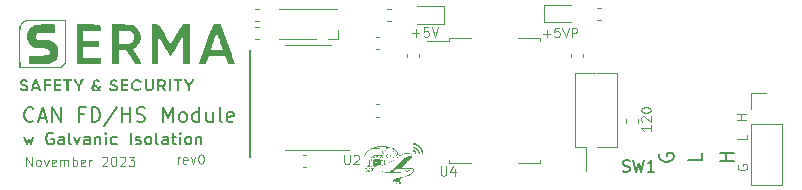
<source format=gbr>
%TF.GenerationSoftware,KiCad,Pcbnew,8.0.4*%
%TF.CreationDate,2024-11-04T15:39:35+01:00*%
%TF.ProjectId,Flipper_Zero_CAN_Module,466c6970-7065-4725-9f5a-65726f5f4341,rev?*%
%TF.SameCoordinates,Original*%
%TF.FileFunction,Legend,Top*%
%TF.FilePolarity,Positive*%
%FSLAX46Y46*%
G04 Gerber Fmt 4.6, Leading zero omitted, Abs format (unit mm)*
G04 Created by KiCad (PCBNEW 8.0.4) date 2024-11-04 15:39:35*
%MOMM*%
%LPD*%
G01*
G04 APERTURE LIST*
%ADD10C,0.150000*%
%ADD11C,0.125000*%
%ADD12C,0.100000*%
%ADD13C,0.200000*%
%ADD14C,0.120000*%
%ADD15C,0.000000*%
G04 APERTURE END LIST*
D10*
X133000000Y-85000000D02*
X133000000Y-75971400D01*
D11*
X174333690Y-85708240D02*
X174295595Y-85784430D01*
X174295595Y-85784430D02*
X174295595Y-85898716D01*
X174295595Y-85898716D02*
X174333690Y-86013002D01*
X174333690Y-86013002D02*
X174409880Y-86089192D01*
X174409880Y-86089192D02*
X174486071Y-86127287D01*
X174486071Y-86127287D02*
X174638452Y-86165383D01*
X174638452Y-86165383D02*
X174752738Y-86165383D01*
X174752738Y-86165383D02*
X174905119Y-86127287D01*
X174905119Y-86127287D02*
X174981309Y-86089192D01*
X174981309Y-86089192D02*
X175057500Y-86013002D01*
X175057500Y-86013002D02*
X175095595Y-85898716D01*
X175095595Y-85898716D02*
X175095595Y-85822525D01*
X175095595Y-85822525D02*
X175057500Y-85708240D01*
X175057500Y-85708240D02*
X175019404Y-85670144D01*
X175019404Y-85670144D02*
X174752738Y-85670144D01*
X174752738Y-85670144D02*
X174752738Y-85822525D01*
X166895595Y-82358240D02*
X166895595Y-82815383D01*
X166895595Y-82586811D02*
X166095595Y-82586811D01*
X166095595Y-82586811D02*
X166209880Y-82663002D01*
X166209880Y-82663002D02*
X166286071Y-82739192D01*
X166286071Y-82739192D02*
X166324166Y-82815383D01*
X166171785Y-82053478D02*
X166133690Y-82015382D01*
X166133690Y-82015382D02*
X166095595Y-81939192D01*
X166095595Y-81939192D02*
X166095595Y-81748716D01*
X166095595Y-81748716D02*
X166133690Y-81672525D01*
X166133690Y-81672525D02*
X166171785Y-81634430D01*
X166171785Y-81634430D02*
X166247976Y-81596335D01*
X166247976Y-81596335D02*
X166324166Y-81596335D01*
X166324166Y-81596335D02*
X166438452Y-81634430D01*
X166438452Y-81634430D02*
X166895595Y-82091573D01*
X166895595Y-82091573D02*
X166895595Y-81596335D01*
X166095595Y-81101096D02*
X166095595Y-81024906D01*
X166095595Y-81024906D02*
X166133690Y-80948715D01*
X166133690Y-80948715D02*
X166171785Y-80910620D01*
X166171785Y-80910620D02*
X166247976Y-80872525D01*
X166247976Y-80872525D02*
X166400357Y-80834430D01*
X166400357Y-80834430D02*
X166590833Y-80834430D01*
X166590833Y-80834430D02*
X166743214Y-80872525D01*
X166743214Y-80872525D02*
X166819404Y-80910620D01*
X166819404Y-80910620D02*
X166857500Y-80948715D01*
X166857500Y-80948715D02*
X166895595Y-81024906D01*
X166895595Y-81024906D02*
X166895595Y-81101096D01*
X166895595Y-81101096D02*
X166857500Y-81177287D01*
X166857500Y-81177287D02*
X166819404Y-81215382D01*
X166819404Y-81215382D02*
X166743214Y-81253477D01*
X166743214Y-81253477D02*
X166590833Y-81291573D01*
X166590833Y-81291573D02*
X166400357Y-81291573D01*
X166400357Y-81291573D02*
X166247976Y-81253477D01*
X166247976Y-81253477D02*
X166171785Y-81215382D01*
X166171785Y-81215382D02*
X166133690Y-81177287D01*
X166133690Y-81177287D02*
X166095595Y-81101096D01*
D12*
X126856265Y-85596895D02*
X126856265Y-85063561D01*
X126856265Y-85215942D02*
X126894360Y-85139752D01*
X126894360Y-85139752D02*
X126932455Y-85101657D01*
X126932455Y-85101657D02*
X127008646Y-85063561D01*
X127008646Y-85063561D02*
X127084836Y-85063561D01*
X127656265Y-85558800D02*
X127580074Y-85596895D01*
X127580074Y-85596895D02*
X127427693Y-85596895D01*
X127427693Y-85596895D02*
X127351503Y-85558800D01*
X127351503Y-85558800D02*
X127313407Y-85482609D01*
X127313407Y-85482609D02*
X127313407Y-85177847D01*
X127313407Y-85177847D02*
X127351503Y-85101657D01*
X127351503Y-85101657D02*
X127427693Y-85063561D01*
X127427693Y-85063561D02*
X127580074Y-85063561D01*
X127580074Y-85063561D02*
X127656265Y-85101657D01*
X127656265Y-85101657D02*
X127694360Y-85177847D01*
X127694360Y-85177847D02*
X127694360Y-85254038D01*
X127694360Y-85254038D02*
X127313407Y-85330228D01*
X127961026Y-85063561D02*
X128151502Y-85596895D01*
X128151502Y-85596895D02*
X128341979Y-85063561D01*
X128799122Y-84796895D02*
X128875312Y-84796895D01*
X128875312Y-84796895D02*
X128951503Y-84834990D01*
X128951503Y-84834990D02*
X128989598Y-84873085D01*
X128989598Y-84873085D02*
X129027693Y-84949276D01*
X129027693Y-84949276D02*
X129065788Y-85101657D01*
X129065788Y-85101657D02*
X129065788Y-85292133D01*
X129065788Y-85292133D02*
X129027693Y-85444514D01*
X129027693Y-85444514D02*
X128989598Y-85520704D01*
X128989598Y-85520704D02*
X128951503Y-85558800D01*
X128951503Y-85558800D02*
X128875312Y-85596895D01*
X128875312Y-85596895D02*
X128799122Y-85596895D01*
X128799122Y-85596895D02*
X128722931Y-85558800D01*
X128722931Y-85558800D02*
X128684836Y-85520704D01*
X128684836Y-85520704D02*
X128646741Y-85444514D01*
X128646741Y-85444514D02*
X128608645Y-85292133D01*
X128608645Y-85292133D02*
X128608645Y-85101657D01*
X128608645Y-85101657D02*
X128646741Y-84949276D01*
X128646741Y-84949276D02*
X128684836Y-84873085D01*
X128684836Y-84873085D02*
X128722931Y-84834990D01*
X128722931Y-84834990D02*
X128799122Y-84796895D01*
D13*
X114643482Y-81967576D02*
X114583958Y-82027100D01*
X114583958Y-82027100D02*
X114405387Y-82086623D01*
X114405387Y-82086623D02*
X114286339Y-82086623D01*
X114286339Y-82086623D02*
X114107768Y-82027100D01*
X114107768Y-82027100D02*
X113988720Y-81908052D01*
X113988720Y-81908052D02*
X113929197Y-81789004D01*
X113929197Y-81789004D02*
X113869673Y-81550909D01*
X113869673Y-81550909D02*
X113869673Y-81372338D01*
X113869673Y-81372338D02*
X113929197Y-81134242D01*
X113929197Y-81134242D02*
X113988720Y-81015195D01*
X113988720Y-81015195D02*
X114107768Y-80896147D01*
X114107768Y-80896147D02*
X114286339Y-80836623D01*
X114286339Y-80836623D02*
X114405387Y-80836623D01*
X114405387Y-80836623D02*
X114583958Y-80896147D01*
X114583958Y-80896147D02*
X114643482Y-80955671D01*
X115119673Y-81729480D02*
X115714911Y-81729480D01*
X115000625Y-82086623D02*
X115417292Y-80836623D01*
X115417292Y-80836623D02*
X115833958Y-82086623D01*
X116250626Y-82086623D02*
X116250626Y-80836623D01*
X116250626Y-80836623D02*
X116964911Y-82086623D01*
X116964911Y-82086623D02*
X116964911Y-80836623D01*
X118929197Y-81431861D02*
X118512531Y-81431861D01*
X118512531Y-82086623D02*
X118512531Y-80836623D01*
X118512531Y-80836623D02*
X119107769Y-80836623D01*
X119583960Y-82086623D02*
X119583960Y-80836623D01*
X119583960Y-80836623D02*
X119881579Y-80836623D01*
X119881579Y-80836623D02*
X120060150Y-80896147D01*
X120060150Y-80896147D02*
X120179198Y-81015195D01*
X120179198Y-81015195D02*
X120238721Y-81134242D01*
X120238721Y-81134242D02*
X120298245Y-81372338D01*
X120298245Y-81372338D02*
X120298245Y-81550909D01*
X120298245Y-81550909D02*
X120238721Y-81789004D01*
X120238721Y-81789004D02*
X120179198Y-81908052D01*
X120179198Y-81908052D02*
X120060150Y-82027100D01*
X120060150Y-82027100D02*
X119881579Y-82086623D01*
X119881579Y-82086623D02*
X119583960Y-82086623D01*
X121726817Y-80777100D02*
X120655388Y-82384242D01*
X122143484Y-82086623D02*
X122143484Y-80836623D01*
X122143484Y-81431861D02*
X122857769Y-81431861D01*
X122857769Y-82086623D02*
X122857769Y-80836623D01*
X123393484Y-82027100D02*
X123572055Y-82086623D01*
X123572055Y-82086623D02*
X123869674Y-82086623D01*
X123869674Y-82086623D02*
X123988722Y-82027100D01*
X123988722Y-82027100D02*
X124048246Y-81967576D01*
X124048246Y-81967576D02*
X124107769Y-81848528D01*
X124107769Y-81848528D02*
X124107769Y-81729480D01*
X124107769Y-81729480D02*
X124048246Y-81610433D01*
X124048246Y-81610433D02*
X123988722Y-81550909D01*
X123988722Y-81550909D02*
X123869674Y-81491385D01*
X123869674Y-81491385D02*
X123631579Y-81431861D01*
X123631579Y-81431861D02*
X123512531Y-81372338D01*
X123512531Y-81372338D02*
X123453008Y-81312814D01*
X123453008Y-81312814D02*
X123393484Y-81193766D01*
X123393484Y-81193766D02*
X123393484Y-81074719D01*
X123393484Y-81074719D02*
X123453008Y-80955671D01*
X123453008Y-80955671D02*
X123512531Y-80896147D01*
X123512531Y-80896147D02*
X123631579Y-80836623D01*
X123631579Y-80836623D02*
X123929198Y-80836623D01*
X123929198Y-80836623D02*
X124107769Y-80896147D01*
X125595865Y-82086623D02*
X125595865Y-80836623D01*
X125595865Y-80836623D02*
X126012531Y-81729480D01*
X126012531Y-81729480D02*
X126429198Y-80836623D01*
X126429198Y-80836623D02*
X126429198Y-82086623D01*
X127203007Y-82086623D02*
X127083959Y-82027100D01*
X127083959Y-82027100D02*
X127024436Y-81967576D01*
X127024436Y-81967576D02*
X126964912Y-81848528D01*
X126964912Y-81848528D02*
X126964912Y-81491385D01*
X126964912Y-81491385D02*
X127024436Y-81372338D01*
X127024436Y-81372338D02*
X127083959Y-81312814D01*
X127083959Y-81312814D02*
X127203007Y-81253290D01*
X127203007Y-81253290D02*
X127381578Y-81253290D01*
X127381578Y-81253290D02*
X127500626Y-81312814D01*
X127500626Y-81312814D02*
X127560150Y-81372338D01*
X127560150Y-81372338D02*
X127619674Y-81491385D01*
X127619674Y-81491385D02*
X127619674Y-81848528D01*
X127619674Y-81848528D02*
X127560150Y-81967576D01*
X127560150Y-81967576D02*
X127500626Y-82027100D01*
X127500626Y-82027100D02*
X127381578Y-82086623D01*
X127381578Y-82086623D02*
X127203007Y-82086623D01*
X128691102Y-82086623D02*
X128691102Y-80836623D01*
X128691102Y-82027100D02*
X128572054Y-82086623D01*
X128572054Y-82086623D02*
X128333959Y-82086623D01*
X128333959Y-82086623D02*
X128214911Y-82027100D01*
X128214911Y-82027100D02*
X128155388Y-81967576D01*
X128155388Y-81967576D02*
X128095864Y-81848528D01*
X128095864Y-81848528D02*
X128095864Y-81491385D01*
X128095864Y-81491385D02*
X128155388Y-81372338D01*
X128155388Y-81372338D02*
X128214911Y-81312814D01*
X128214911Y-81312814D02*
X128333959Y-81253290D01*
X128333959Y-81253290D02*
X128572054Y-81253290D01*
X128572054Y-81253290D02*
X128691102Y-81312814D01*
X129822054Y-81253290D02*
X129822054Y-82086623D01*
X129286340Y-81253290D02*
X129286340Y-81908052D01*
X129286340Y-81908052D02*
X129345863Y-82027100D01*
X129345863Y-82027100D02*
X129464911Y-82086623D01*
X129464911Y-82086623D02*
X129643482Y-82086623D01*
X129643482Y-82086623D02*
X129762530Y-82027100D01*
X129762530Y-82027100D02*
X129822054Y-81967576D01*
X130595863Y-82086623D02*
X130476815Y-82027100D01*
X130476815Y-82027100D02*
X130417292Y-81908052D01*
X130417292Y-81908052D02*
X130417292Y-80836623D01*
X131548244Y-82027100D02*
X131429196Y-82086623D01*
X131429196Y-82086623D02*
X131191101Y-82086623D01*
X131191101Y-82086623D02*
X131072054Y-82027100D01*
X131072054Y-82027100D02*
X131012530Y-81908052D01*
X131012530Y-81908052D02*
X131012530Y-81431861D01*
X131012530Y-81431861D02*
X131072054Y-81312814D01*
X131072054Y-81312814D02*
X131191101Y-81253290D01*
X131191101Y-81253290D02*
X131429196Y-81253290D01*
X131429196Y-81253290D02*
X131548244Y-81312814D01*
X131548244Y-81312814D02*
X131607768Y-81431861D01*
X131607768Y-81431861D02*
X131607768Y-81550909D01*
X131607768Y-81550909D02*
X131012530Y-81669957D01*
D12*
X114056265Y-85796895D02*
X114056265Y-84996895D01*
X114056265Y-84996895D02*
X114513408Y-85796895D01*
X114513408Y-85796895D02*
X114513408Y-84996895D01*
X115008645Y-85796895D02*
X114932455Y-85758800D01*
X114932455Y-85758800D02*
X114894360Y-85720704D01*
X114894360Y-85720704D02*
X114856264Y-85644514D01*
X114856264Y-85644514D02*
X114856264Y-85415942D01*
X114856264Y-85415942D02*
X114894360Y-85339752D01*
X114894360Y-85339752D02*
X114932455Y-85301657D01*
X114932455Y-85301657D02*
X115008645Y-85263561D01*
X115008645Y-85263561D02*
X115122931Y-85263561D01*
X115122931Y-85263561D02*
X115199122Y-85301657D01*
X115199122Y-85301657D02*
X115237217Y-85339752D01*
X115237217Y-85339752D02*
X115275312Y-85415942D01*
X115275312Y-85415942D02*
X115275312Y-85644514D01*
X115275312Y-85644514D02*
X115237217Y-85720704D01*
X115237217Y-85720704D02*
X115199122Y-85758800D01*
X115199122Y-85758800D02*
X115122931Y-85796895D01*
X115122931Y-85796895D02*
X115008645Y-85796895D01*
X115541979Y-85263561D02*
X115732455Y-85796895D01*
X115732455Y-85796895D02*
X115922932Y-85263561D01*
X116532456Y-85758800D02*
X116456265Y-85796895D01*
X116456265Y-85796895D02*
X116303884Y-85796895D01*
X116303884Y-85796895D02*
X116227694Y-85758800D01*
X116227694Y-85758800D02*
X116189598Y-85682609D01*
X116189598Y-85682609D02*
X116189598Y-85377847D01*
X116189598Y-85377847D02*
X116227694Y-85301657D01*
X116227694Y-85301657D02*
X116303884Y-85263561D01*
X116303884Y-85263561D02*
X116456265Y-85263561D01*
X116456265Y-85263561D02*
X116532456Y-85301657D01*
X116532456Y-85301657D02*
X116570551Y-85377847D01*
X116570551Y-85377847D02*
X116570551Y-85454038D01*
X116570551Y-85454038D02*
X116189598Y-85530228D01*
X116913408Y-85796895D02*
X116913408Y-85263561D01*
X116913408Y-85339752D02*
X116951503Y-85301657D01*
X116951503Y-85301657D02*
X117027693Y-85263561D01*
X117027693Y-85263561D02*
X117141979Y-85263561D01*
X117141979Y-85263561D02*
X117218170Y-85301657D01*
X117218170Y-85301657D02*
X117256265Y-85377847D01*
X117256265Y-85377847D02*
X117256265Y-85796895D01*
X117256265Y-85377847D02*
X117294360Y-85301657D01*
X117294360Y-85301657D02*
X117370551Y-85263561D01*
X117370551Y-85263561D02*
X117484836Y-85263561D01*
X117484836Y-85263561D02*
X117561027Y-85301657D01*
X117561027Y-85301657D02*
X117599122Y-85377847D01*
X117599122Y-85377847D02*
X117599122Y-85796895D01*
X117980075Y-85796895D02*
X117980075Y-84996895D01*
X117980075Y-85301657D02*
X118056265Y-85263561D01*
X118056265Y-85263561D02*
X118208646Y-85263561D01*
X118208646Y-85263561D02*
X118284837Y-85301657D01*
X118284837Y-85301657D02*
X118322932Y-85339752D01*
X118322932Y-85339752D02*
X118361027Y-85415942D01*
X118361027Y-85415942D02*
X118361027Y-85644514D01*
X118361027Y-85644514D02*
X118322932Y-85720704D01*
X118322932Y-85720704D02*
X118284837Y-85758800D01*
X118284837Y-85758800D02*
X118208646Y-85796895D01*
X118208646Y-85796895D02*
X118056265Y-85796895D01*
X118056265Y-85796895D02*
X117980075Y-85758800D01*
X119008647Y-85758800D02*
X118932456Y-85796895D01*
X118932456Y-85796895D02*
X118780075Y-85796895D01*
X118780075Y-85796895D02*
X118703885Y-85758800D01*
X118703885Y-85758800D02*
X118665789Y-85682609D01*
X118665789Y-85682609D02*
X118665789Y-85377847D01*
X118665789Y-85377847D02*
X118703885Y-85301657D01*
X118703885Y-85301657D02*
X118780075Y-85263561D01*
X118780075Y-85263561D02*
X118932456Y-85263561D01*
X118932456Y-85263561D02*
X119008647Y-85301657D01*
X119008647Y-85301657D02*
X119046742Y-85377847D01*
X119046742Y-85377847D02*
X119046742Y-85454038D01*
X119046742Y-85454038D02*
X118665789Y-85530228D01*
X119389599Y-85796895D02*
X119389599Y-85263561D01*
X119389599Y-85415942D02*
X119427694Y-85339752D01*
X119427694Y-85339752D02*
X119465789Y-85301657D01*
X119465789Y-85301657D02*
X119541980Y-85263561D01*
X119541980Y-85263561D02*
X119618170Y-85263561D01*
X120456265Y-85073085D02*
X120494361Y-85034990D01*
X120494361Y-85034990D02*
X120570551Y-84996895D01*
X120570551Y-84996895D02*
X120761027Y-84996895D01*
X120761027Y-84996895D02*
X120837218Y-85034990D01*
X120837218Y-85034990D02*
X120875313Y-85073085D01*
X120875313Y-85073085D02*
X120913408Y-85149276D01*
X120913408Y-85149276D02*
X120913408Y-85225466D01*
X120913408Y-85225466D02*
X120875313Y-85339752D01*
X120875313Y-85339752D02*
X120418170Y-85796895D01*
X120418170Y-85796895D02*
X120913408Y-85796895D01*
X121408647Y-84996895D02*
X121484837Y-84996895D01*
X121484837Y-84996895D02*
X121561028Y-85034990D01*
X121561028Y-85034990D02*
X121599123Y-85073085D01*
X121599123Y-85073085D02*
X121637218Y-85149276D01*
X121637218Y-85149276D02*
X121675313Y-85301657D01*
X121675313Y-85301657D02*
X121675313Y-85492133D01*
X121675313Y-85492133D02*
X121637218Y-85644514D01*
X121637218Y-85644514D02*
X121599123Y-85720704D01*
X121599123Y-85720704D02*
X121561028Y-85758800D01*
X121561028Y-85758800D02*
X121484837Y-85796895D01*
X121484837Y-85796895D02*
X121408647Y-85796895D01*
X121408647Y-85796895D02*
X121332456Y-85758800D01*
X121332456Y-85758800D02*
X121294361Y-85720704D01*
X121294361Y-85720704D02*
X121256266Y-85644514D01*
X121256266Y-85644514D02*
X121218170Y-85492133D01*
X121218170Y-85492133D02*
X121218170Y-85301657D01*
X121218170Y-85301657D02*
X121256266Y-85149276D01*
X121256266Y-85149276D02*
X121294361Y-85073085D01*
X121294361Y-85073085D02*
X121332456Y-85034990D01*
X121332456Y-85034990D02*
X121408647Y-84996895D01*
X121980075Y-85073085D02*
X122018171Y-85034990D01*
X122018171Y-85034990D02*
X122094361Y-84996895D01*
X122094361Y-84996895D02*
X122284837Y-84996895D01*
X122284837Y-84996895D02*
X122361028Y-85034990D01*
X122361028Y-85034990D02*
X122399123Y-85073085D01*
X122399123Y-85073085D02*
X122437218Y-85149276D01*
X122437218Y-85149276D02*
X122437218Y-85225466D01*
X122437218Y-85225466D02*
X122399123Y-85339752D01*
X122399123Y-85339752D02*
X121941980Y-85796895D01*
X121941980Y-85796895D02*
X122437218Y-85796895D01*
X122703885Y-84996895D02*
X123199123Y-84996895D01*
X123199123Y-84996895D02*
X122932457Y-85301657D01*
X122932457Y-85301657D02*
X123046742Y-85301657D01*
X123046742Y-85301657D02*
X123122933Y-85339752D01*
X123122933Y-85339752D02*
X123161028Y-85377847D01*
X123161028Y-85377847D02*
X123199123Y-85454038D01*
X123199123Y-85454038D02*
X123199123Y-85644514D01*
X123199123Y-85644514D02*
X123161028Y-85720704D01*
X123161028Y-85720704D02*
X123122933Y-85758800D01*
X123122933Y-85758800D02*
X123046742Y-85796895D01*
X123046742Y-85796895D02*
X122818171Y-85796895D01*
X122818171Y-85796895D02*
X122741980Y-85758800D01*
X122741980Y-85758800D02*
X122703885Y-85720704D01*
D13*
X113874435Y-83300552D02*
X114064911Y-83967219D01*
X114064911Y-83967219D02*
X114255387Y-83491028D01*
X114255387Y-83491028D02*
X114445863Y-83967219D01*
X114445863Y-83967219D02*
X114636339Y-83300552D01*
X116303006Y-83014838D02*
X116207768Y-82967219D01*
X116207768Y-82967219D02*
X116064911Y-82967219D01*
X116064911Y-82967219D02*
X115922054Y-83014838D01*
X115922054Y-83014838D02*
X115826816Y-83110076D01*
X115826816Y-83110076D02*
X115779197Y-83205314D01*
X115779197Y-83205314D02*
X115731578Y-83395790D01*
X115731578Y-83395790D02*
X115731578Y-83538647D01*
X115731578Y-83538647D02*
X115779197Y-83729123D01*
X115779197Y-83729123D02*
X115826816Y-83824361D01*
X115826816Y-83824361D02*
X115922054Y-83919600D01*
X115922054Y-83919600D02*
X116064911Y-83967219D01*
X116064911Y-83967219D02*
X116160149Y-83967219D01*
X116160149Y-83967219D02*
X116303006Y-83919600D01*
X116303006Y-83919600D02*
X116350625Y-83871980D01*
X116350625Y-83871980D02*
X116350625Y-83538647D01*
X116350625Y-83538647D02*
X116160149Y-83538647D01*
X117207768Y-83967219D02*
X117207768Y-83443409D01*
X117207768Y-83443409D02*
X117160149Y-83348171D01*
X117160149Y-83348171D02*
X117064911Y-83300552D01*
X117064911Y-83300552D02*
X116874435Y-83300552D01*
X116874435Y-83300552D02*
X116779197Y-83348171D01*
X117207768Y-83919600D02*
X117112530Y-83967219D01*
X117112530Y-83967219D02*
X116874435Y-83967219D01*
X116874435Y-83967219D02*
X116779197Y-83919600D01*
X116779197Y-83919600D02*
X116731578Y-83824361D01*
X116731578Y-83824361D02*
X116731578Y-83729123D01*
X116731578Y-83729123D02*
X116779197Y-83633885D01*
X116779197Y-83633885D02*
X116874435Y-83586266D01*
X116874435Y-83586266D02*
X117112530Y-83586266D01*
X117112530Y-83586266D02*
X117207768Y-83538647D01*
X117826816Y-83967219D02*
X117731578Y-83919600D01*
X117731578Y-83919600D02*
X117683959Y-83824361D01*
X117683959Y-83824361D02*
X117683959Y-82967219D01*
X118112531Y-83300552D02*
X118350626Y-83967219D01*
X118350626Y-83967219D02*
X118588721Y-83300552D01*
X119398245Y-83967219D02*
X119398245Y-83443409D01*
X119398245Y-83443409D02*
X119350626Y-83348171D01*
X119350626Y-83348171D02*
X119255388Y-83300552D01*
X119255388Y-83300552D02*
X119064912Y-83300552D01*
X119064912Y-83300552D02*
X118969674Y-83348171D01*
X119398245Y-83919600D02*
X119303007Y-83967219D01*
X119303007Y-83967219D02*
X119064912Y-83967219D01*
X119064912Y-83967219D02*
X118969674Y-83919600D01*
X118969674Y-83919600D02*
X118922055Y-83824361D01*
X118922055Y-83824361D02*
X118922055Y-83729123D01*
X118922055Y-83729123D02*
X118969674Y-83633885D01*
X118969674Y-83633885D02*
X119064912Y-83586266D01*
X119064912Y-83586266D02*
X119303007Y-83586266D01*
X119303007Y-83586266D02*
X119398245Y-83538647D01*
X119874436Y-83300552D02*
X119874436Y-83967219D01*
X119874436Y-83395790D02*
X119922055Y-83348171D01*
X119922055Y-83348171D02*
X120017293Y-83300552D01*
X120017293Y-83300552D02*
X120160150Y-83300552D01*
X120160150Y-83300552D02*
X120255388Y-83348171D01*
X120255388Y-83348171D02*
X120303007Y-83443409D01*
X120303007Y-83443409D02*
X120303007Y-83967219D01*
X120779198Y-83967219D02*
X120779198Y-83300552D01*
X120779198Y-82967219D02*
X120731579Y-83014838D01*
X120731579Y-83014838D02*
X120779198Y-83062457D01*
X120779198Y-83062457D02*
X120826817Y-83014838D01*
X120826817Y-83014838D02*
X120779198Y-82967219D01*
X120779198Y-82967219D02*
X120779198Y-83062457D01*
X121683959Y-83919600D02*
X121588721Y-83967219D01*
X121588721Y-83967219D02*
X121398245Y-83967219D01*
X121398245Y-83967219D02*
X121303007Y-83919600D01*
X121303007Y-83919600D02*
X121255388Y-83871980D01*
X121255388Y-83871980D02*
X121207769Y-83776742D01*
X121207769Y-83776742D02*
X121207769Y-83491028D01*
X121207769Y-83491028D02*
X121255388Y-83395790D01*
X121255388Y-83395790D02*
X121303007Y-83348171D01*
X121303007Y-83348171D02*
X121398245Y-83300552D01*
X121398245Y-83300552D02*
X121588721Y-83300552D01*
X121588721Y-83300552D02*
X121683959Y-83348171D01*
X122874436Y-83967219D02*
X122874436Y-82967219D01*
X123303007Y-83919600D02*
X123398245Y-83967219D01*
X123398245Y-83967219D02*
X123588721Y-83967219D01*
X123588721Y-83967219D02*
X123683959Y-83919600D01*
X123683959Y-83919600D02*
X123731578Y-83824361D01*
X123731578Y-83824361D02*
X123731578Y-83776742D01*
X123731578Y-83776742D02*
X123683959Y-83681504D01*
X123683959Y-83681504D02*
X123588721Y-83633885D01*
X123588721Y-83633885D02*
X123445864Y-83633885D01*
X123445864Y-83633885D02*
X123350626Y-83586266D01*
X123350626Y-83586266D02*
X123303007Y-83491028D01*
X123303007Y-83491028D02*
X123303007Y-83443409D01*
X123303007Y-83443409D02*
X123350626Y-83348171D01*
X123350626Y-83348171D02*
X123445864Y-83300552D01*
X123445864Y-83300552D02*
X123588721Y-83300552D01*
X123588721Y-83300552D02*
X123683959Y-83348171D01*
X124303007Y-83967219D02*
X124207769Y-83919600D01*
X124207769Y-83919600D02*
X124160150Y-83871980D01*
X124160150Y-83871980D02*
X124112531Y-83776742D01*
X124112531Y-83776742D02*
X124112531Y-83491028D01*
X124112531Y-83491028D02*
X124160150Y-83395790D01*
X124160150Y-83395790D02*
X124207769Y-83348171D01*
X124207769Y-83348171D02*
X124303007Y-83300552D01*
X124303007Y-83300552D02*
X124445864Y-83300552D01*
X124445864Y-83300552D02*
X124541102Y-83348171D01*
X124541102Y-83348171D02*
X124588721Y-83395790D01*
X124588721Y-83395790D02*
X124636340Y-83491028D01*
X124636340Y-83491028D02*
X124636340Y-83776742D01*
X124636340Y-83776742D02*
X124588721Y-83871980D01*
X124588721Y-83871980D02*
X124541102Y-83919600D01*
X124541102Y-83919600D02*
X124445864Y-83967219D01*
X124445864Y-83967219D02*
X124303007Y-83967219D01*
X125207769Y-83967219D02*
X125112531Y-83919600D01*
X125112531Y-83919600D02*
X125064912Y-83824361D01*
X125064912Y-83824361D02*
X125064912Y-82967219D01*
X126017293Y-83967219D02*
X126017293Y-83443409D01*
X126017293Y-83443409D02*
X125969674Y-83348171D01*
X125969674Y-83348171D02*
X125874436Y-83300552D01*
X125874436Y-83300552D02*
X125683960Y-83300552D01*
X125683960Y-83300552D02*
X125588722Y-83348171D01*
X126017293Y-83919600D02*
X125922055Y-83967219D01*
X125922055Y-83967219D02*
X125683960Y-83967219D01*
X125683960Y-83967219D02*
X125588722Y-83919600D01*
X125588722Y-83919600D02*
X125541103Y-83824361D01*
X125541103Y-83824361D02*
X125541103Y-83729123D01*
X125541103Y-83729123D02*
X125588722Y-83633885D01*
X125588722Y-83633885D02*
X125683960Y-83586266D01*
X125683960Y-83586266D02*
X125922055Y-83586266D01*
X125922055Y-83586266D02*
X126017293Y-83538647D01*
X126350627Y-83300552D02*
X126731579Y-83300552D01*
X126493484Y-82967219D02*
X126493484Y-83824361D01*
X126493484Y-83824361D02*
X126541103Y-83919600D01*
X126541103Y-83919600D02*
X126636341Y-83967219D01*
X126636341Y-83967219D02*
X126731579Y-83967219D01*
X127064913Y-83967219D02*
X127064913Y-83300552D01*
X127064913Y-82967219D02*
X127017294Y-83014838D01*
X127017294Y-83014838D02*
X127064913Y-83062457D01*
X127064913Y-83062457D02*
X127112532Y-83014838D01*
X127112532Y-83014838D02*
X127064913Y-82967219D01*
X127064913Y-82967219D02*
X127064913Y-83062457D01*
X127683960Y-83967219D02*
X127588722Y-83919600D01*
X127588722Y-83919600D02*
X127541103Y-83871980D01*
X127541103Y-83871980D02*
X127493484Y-83776742D01*
X127493484Y-83776742D02*
X127493484Y-83491028D01*
X127493484Y-83491028D02*
X127541103Y-83395790D01*
X127541103Y-83395790D02*
X127588722Y-83348171D01*
X127588722Y-83348171D02*
X127683960Y-83300552D01*
X127683960Y-83300552D02*
X127826817Y-83300552D01*
X127826817Y-83300552D02*
X127922055Y-83348171D01*
X127922055Y-83348171D02*
X127969674Y-83395790D01*
X127969674Y-83395790D02*
X128017293Y-83491028D01*
X128017293Y-83491028D02*
X128017293Y-83776742D01*
X128017293Y-83776742D02*
X127969674Y-83871980D01*
X127969674Y-83871980D02*
X127922055Y-83919600D01*
X127922055Y-83919600D02*
X127826817Y-83967219D01*
X127826817Y-83967219D02*
X127683960Y-83967219D01*
X128445865Y-83300552D02*
X128445865Y-83967219D01*
X128445865Y-83395790D02*
X128493484Y-83348171D01*
X128493484Y-83348171D02*
X128588722Y-83300552D01*
X128588722Y-83300552D02*
X128731579Y-83300552D01*
X128731579Y-83300552D02*
X128826817Y-83348171D01*
X128826817Y-83348171D02*
X128874436Y-83443409D01*
X128874436Y-83443409D02*
X128874436Y-83967219D01*
X173942742Y-85382707D02*
X172742742Y-85382707D01*
X173314171Y-85382707D02*
X173314171Y-84696993D01*
X173942742Y-84696993D02*
X172742742Y-84696993D01*
D11*
X146722712Y-74540833D02*
X147332236Y-74540833D01*
X147027474Y-74845595D02*
X147027474Y-74236071D01*
X148094140Y-74045595D02*
X147713188Y-74045595D01*
X147713188Y-74045595D02*
X147675092Y-74426547D01*
X147675092Y-74426547D02*
X147713188Y-74388452D01*
X147713188Y-74388452D02*
X147789378Y-74350357D01*
X147789378Y-74350357D02*
X147979854Y-74350357D01*
X147979854Y-74350357D02*
X148056045Y-74388452D01*
X148056045Y-74388452D02*
X148094140Y-74426547D01*
X148094140Y-74426547D02*
X148132235Y-74502738D01*
X148132235Y-74502738D02*
X148132235Y-74693214D01*
X148132235Y-74693214D02*
X148094140Y-74769404D01*
X148094140Y-74769404D02*
X148056045Y-74807500D01*
X148056045Y-74807500D02*
X147979854Y-74845595D01*
X147979854Y-74845595D02*
X147789378Y-74845595D01*
X147789378Y-74845595D02*
X147713188Y-74807500D01*
X147713188Y-74807500D02*
X147675092Y-74769404D01*
X148360807Y-74045595D02*
X148627474Y-74845595D01*
X148627474Y-74845595D02*
X148894140Y-74045595D01*
D13*
X171242742Y-84711279D02*
X171242742Y-85282707D01*
X171242742Y-85282707D02*
X170042742Y-85282707D01*
D11*
X157802712Y-74580833D02*
X158412236Y-74580833D01*
X158107474Y-74885595D02*
X158107474Y-74276071D01*
X159174140Y-74085595D02*
X158793188Y-74085595D01*
X158793188Y-74085595D02*
X158755092Y-74466547D01*
X158755092Y-74466547D02*
X158793188Y-74428452D01*
X158793188Y-74428452D02*
X158869378Y-74390357D01*
X158869378Y-74390357D02*
X159059854Y-74390357D01*
X159059854Y-74390357D02*
X159136045Y-74428452D01*
X159136045Y-74428452D02*
X159174140Y-74466547D01*
X159174140Y-74466547D02*
X159212235Y-74542738D01*
X159212235Y-74542738D02*
X159212235Y-74733214D01*
X159212235Y-74733214D02*
X159174140Y-74809404D01*
X159174140Y-74809404D02*
X159136045Y-74847500D01*
X159136045Y-74847500D02*
X159059854Y-74885595D01*
X159059854Y-74885595D02*
X158869378Y-74885595D01*
X158869378Y-74885595D02*
X158793188Y-74847500D01*
X158793188Y-74847500D02*
X158755092Y-74809404D01*
X159440807Y-74085595D02*
X159707474Y-74885595D01*
X159707474Y-74885595D02*
X159974140Y-74085595D01*
X160240807Y-74885595D02*
X160240807Y-74085595D01*
X160240807Y-74085595D02*
X160545569Y-74085595D01*
X160545569Y-74085595D02*
X160621759Y-74123690D01*
X160621759Y-74123690D02*
X160659854Y-74161785D01*
X160659854Y-74161785D02*
X160697950Y-74237976D01*
X160697950Y-74237976D02*
X160697950Y-74352261D01*
X160697950Y-74352261D02*
X160659854Y-74428452D01*
X160659854Y-74428452D02*
X160621759Y-74466547D01*
X160621759Y-74466547D02*
X160545569Y-74504642D01*
X160545569Y-74504642D02*
X160240807Y-74504642D01*
X175035595Y-83146335D02*
X175035595Y-83527287D01*
X175035595Y-83527287D02*
X174235595Y-83527287D01*
X175015595Y-81877287D02*
X174215595Y-81877287D01*
X174596547Y-81877287D02*
X174596547Y-81420144D01*
X175015595Y-81420144D02*
X174215595Y-81420144D01*
D13*
X167699885Y-84754136D02*
X167642742Y-84868422D01*
X167642742Y-84868422D02*
X167642742Y-85039850D01*
X167642742Y-85039850D02*
X167699885Y-85211279D01*
X167699885Y-85211279D02*
X167814171Y-85325564D01*
X167814171Y-85325564D02*
X167928457Y-85382707D01*
X167928457Y-85382707D02*
X168157028Y-85439850D01*
X168157028Y-85439850D02*
X168328457Y-85439850D01*
X168328457Y-85439850D02*
X168557028Y-85382707D01*
X168557028Y-85382707D02*
X168671314Y-85325564D01*
X168671314Y-85325564D02*
X168785600Y-85211279D01*
X168785600Y-85211279D02*
X168842742Y-85039850D01*
X168842742Y-85039850D02*
X168842742Y-84925564D01*
X168842742Y-84925564D02*
X168785600Y-84754136D01*
X168785600Y-84754136D02*
X168728457Y-84696993D01*
X168728457Y-84696993D02*
X168328457Y-84696993D01*
X168328457Y-84696993D02*
X168328457Y-84925564D01*
D10*
X164546667Y-86237200D02*
X164689524Y-86284819D01*
X164689524Y-86284819D02*
X164927619Y-86284819D01*
X164927619Y-86284819D02*
X165022857Y-86237200D01*
X165022857Y-86237200D02*
X165070476Y-86189580D01*
X165070476Y-86189580D02*
X165118095Y-86094342D01*
X165118095Y-86094342D02*
X165118095Y-85999104D01*
X165118095Y-85999104D02*
X165070476Y-85903866D01*
X165070476Y-85903866D02*
X165022857Y-85856247D01*
X165022857Y-85856247D02*
X164927619Y-85808628D01*
X164927619Y-85808628D02*
X164737143Y-85761009D01*
X164737143Y-85761009D02*
X164641905Y-85713390D01*
X164641905Y-85713390D02*
X164594286Y-85665771D01*
X164594286Y-85665771D02*
X164546667Y-85570533D01*
X164546667Y-85570533D02*
X164546667Y-85475295D01*
X164546667Y-85475295D02*
X164594286Y-85380057D01*
X164594286Y-85380057D02*
X164641905Y-85332438D01*
X164641905Y-85332438D02*
X164737143Y-85284819D01*
X164737143Y-85284819D02*
X164975238Y-85284819D01*
X164975238Y-85284819D02*
X165118095Y-85332438D01*
X165451429Y-85284819D02*
X165689524Y-86284819D01*
X165689524Y-86284819D02*
X165880000Y-85570533D01*
X165880000Y-85570533D02*
X166070476Y-86284819D01*
X166070476Y-86284819D02*
X166308572Y-85284819D01*
X167213333Y-86284819D02*
X166641905Y-86284819D01*
X166927619Y-86284819D02*
X166927619Y-85284819D01*
X166927619Y-85284819D02*
X166832381Y-85427676D01*
X166832381Y-85427676D02*
X166737143Y-85522914D01*
X166737143Y-85522914D02*
X166641905Y-85570533D01*
D11*
X149140476Y-85803595D02*
X149140476Y-86451214D01*
X149140476Y-86451214D02*
X149178571Y-86527404D01*
X149178571Y-86527404D02*
X149216666Y-86565500D01*
X149216666Y-86565500D02*
X149292857Y-86603595D01*
X149292857Y-86603595D02*
X149445238Y-86603595D01*
X149445238Y-86603595D02*
X149521428Y-86565500D01*
X149521428Y-86565500D02*
X149559523Y-86527404D01*
X149559523Y-86527404D02*
X149597619Y-86451214D01*
X149597619Y-86451214D02*
X149597619Y-85803595D01*
X150321428Y-86070261D02*
X150321428Y-86603595D01*
X150130952Y-85765500D02*
X149940475Y-86336928D01*
X149940475Y-86336928D02*
X150435714Y-86336928D01*
X140965476Y-84838595D02*
X140965476Y-85486214D01*
X140965476Y-85486214D02*
X141003571Y-85562404D01*
X141003571Y-85562404D02*
X141041666Y-85600500D01*
X141041666Y-85600500D02*
X141117857Y-85638595D01*
X141117857Y-85638595D02*
X141270238Y-85638595D01*
X141270238Y-85638595D02*
X141346428Y-85600500D01*
X141346428Y-85600500D02*
X141384523Y-85562404D01*
X141384523Y-85562404D02*
X141422619Y-85486214D01*
X141422619Y-85486214D02*
X141422619Y-84838595D01*
X141765475Y-84914785D02*
X141803571Y-84876690D01*
X141803571Y-84876690D02*
X141879761Y-84838595D01*
X141879761Y-84838595D02*
X142070237Y-84838595D01*
X142070237Y-84838595D02*
X142146428Y-84876690D01*
X142146428Y-84876690D02*
X142184523Y-84914785D01*
X142184523Y-84914785D02*
X142222618Y-84990976D01*
X142222618Y-84990976D02*
X142222618Y-85067166D01*
X142222618Y-85067166D02*
X142184523Y-85181452D01*
X142184523Y-85181452D02*
X141727380Y-85638595D01*
X141727380Y-85638595D02*
X142222618Y-85638595D01*
D14*
%TO.C,R3*%
X133437221Y-74040000D02*
X133762779Y-74040000D01*
X133437221Y-75060000D02*
X133762779Y-75060000D01*
%TO.C,R15*%
X165810000Y-81837221D02*
X165810000Y-82162779D01*
X164790000Y-81837221D02*
X164790000Y-82162779D01*
%TO.C,C9*%
X161165000Y-76299420D02*
X161165000Y-76580580D01*
X160145000Y-76299420D02*
X160145000Y-76580580D01*
D15*
%TO.C,G\u002A\u002A\u002A*%
G36*
X144688518Y-84721644D02*
G01*
X144673655Y-84747073D01*
X144659291Y-84750872D01*
X144637762Y-84740139D01*
X144637370Y-84728951D01*
X144655743Y-84704575D01*
X144677863Y-84701475D01*
X144688518Y-84721644D01*
G37*
G36*
X145499062Y-87228263D02*
G01*
X145496800Y-87245429D01*
X145486633Y-87259325D01*
X145474569Y-87245355D01*
X145467796Y-87218180D01*
X145471190Y-87210884D01*
X145489438Y-87207853D01*
X145499062Y-87228263D01*
G37*
G36*
X142764876Y-85873050D02*
G01*
X142768750Y-85886698D01*
X142753961Y-85910666D01*
X142741061Y-85913808D01*
X142716481Y-85904889D01*
X142713372Y-85897323D01*
X142728063Y-85877144D01*
X142741061Y-85870214D01*
X142764876Y-85873050D01*
G37*
G36*
X142765534Y-86113177D02*
G01*
X142768750Y-86126090D01*
X142753974Y-86150563D01*
X142741061Y-86153779D01*
X142716589Y-86139003D01*
X142713372Y-86126090D01*
X142728148Y-86101617D01*
X142741061Y-86098401D01*
X142765534Y-86113177D01*
G37*
G36*
X142765626Y-85997612D02*
G01*
X142768750Y-86006104D01*
X142753799Y-86022481D01*
X142741061Y-86024564D01*
X142716496Y-86014596D01*
X142713372Y-86006104D01*
X142728324Y-85989728D01*
X142741061Y-85987645D01*
X142765626Y-85997612D01*
G37*
G36*
X142822046Y-85818003D02*
G01*
X142824128Y-85830741D01*
X142814161Y-85855306D01*
X142805669Y-85858430D01*
X142789292Y-85843479D01*
X142787210Y-85830741D01*
X142797177Y-85806176D01*
X142805669Y-85803052D01*
X142822046Y-85818003D01*
G37*
G36*
X142822046Y-86168730D02*
G01*
X142824128Y-86181468D01*
X142814161Y-86206033D01*
X142805669Y-86209157D01*
X142789292Y-86194205D01*
X142787210Y-86181468D01*
X142797177Y-86156903D01*
X142805669Y-86153779D01*
X142822046Y-86168730D01*
G37*
G36*
X142823592Y-85946314D02*
G01*
X142824128Y-85950726D01*
X142810081Y-85968649D01*
X142805669Y-85969186D01*
X142787746Y-85955139D01*
X142787210Y-85950726D01*
X142801257Y-85932803D01*
X142805669Y-85932267D01*
X142823592Y-85946314D01*
G37*
G36*
X142823592Y-86057070D02*
G01*
X142824128Y-86061482D01*
X142810081Y-86079405D01*
X142805669Y-86079941D01*
X142787746Y-86065894D01*
X142787210Y-86061482D01*
X142801257Y-86043559D01*
X142805669Y-86043023D01*
X142823592Y-86057070D01*
G37*
G36*
X142877424Y-85762625D02*
G01*
X142879506Y-85775363D01*
X142869539Y-85799928D01*
X142861047Y-85803052D01*
X142844670Y-85788101D01*
X142842588Y-85775363D01*
X142852555Y-85750798D01*
X142861047Y-85747674D01*
X142877424Y-85762625D01*
G37*
G36*
X142877424Y-86113352D02*
G01*
X142879506Y-86126090D01*
X142869539Y-86150655D01*
X142861047Y-86153779D01*
X142844670Y-86138827D01*
X142842588Y-86126090D01*
X142852555Y-86101525D01*
X142861047Y-86098401D01*
X142877424Y-86113352D01*
G37*
G36*
X142877424Y-86224108D02*
G01*
X142879506Y-86236846D01*
X142869539Y-86261411D01*
X142861047Y-86264535D01*
X142844670Y-86249583D01*
X142842588Y-86236846D01*
X142852555Y-86212280D01*
X142861047Y-86209157D01*
X142877424Y-86224108D01*
G37*
G36*
X142878970Y-85890936D02*
G01*
X142879506Y-85895348D01*
X142865459Y-85913271D01*
X142861047Y-85913808D01*
X142843124Y-85899761D01*
X142842588Y-85895348D01*
X142856635Y-85877426D01*
X142861047Y-85876889D01*
X142878970Y-85890936D01*
G37*
G36*
X142878970Y-86001692D02*
G01*
X142879506Y-86006104D01*
X142865459Y-86024027D01*
X142861047Y-86024564D01*
X142843124Y-86010517D01*
X142842588Y-86006104D01*
X142856635Y-85988181D01*
X142861047Y-85987645D01*
X142878970Y-86001692D01*
G37*
G36*
X142932801Y-85707247D02*
G01*
X142934884Y-85719985D01*
X142924917Y-85744550D01*
X142916425Y-85747674D01*
X142900048Y-85732723D01*
X142897965Y-85719985D01*
X142907933Y-85695420D01*
X142916425Y-85692296D01*
X142932801Y-85707247D01*
G37*
G36*
X142932801Y-85818003D02*
G01*
X142934884Y-85830741D01*
X142924917Y-85855306D01*
X142916425Y-85858430D01*
X142900048Y-85843479D01*
X142897965Y-85830741D01*
X142907933Y-85806176D01*
X142916425Y-85803052D01*
X142932801Y-85818003D01*
G37*
G36*
X142932801Y-86168730D02*
G01*
X142934884Y-86181468D01*
X142924917Y-86206033D01*
X142916425Y-86209157D01*
X142900048Y-86194205D01*
X142897965Y-86181468D01*
X142907933Y-86156903D01*
X142916425Y-86153779D01*
X142932801Y-86168730D01*
G37*
G36*
X142934348Y-85946314D02*
G01*
X142934884Y-85950726D01*
X142920837Y-85968649D01*
X142916425Y-85969186D01*
X142898502Y-85955139D01*
X142897965Y-85950726D01*
X142912012Y-85932803D01*
X142916425Y-85932267D01*
X142934348Y-85946314D01*
G37*
G36*
X142934348Y-86057070D02*
G01*
X142934884Y-86061482D01*
X142920837Y-86079405D01*
X142916425Y-86079941D01*
X142898502Y-86065894D01*
X142897965Y-86061482D01*
X142912012Y-86043559D01*
X142916425Y-86043023D01*
X142934348Y-86057070D01*
G37*
G36*
X142934348Y-86297041D02*
G01*
X142934884Y-86301453D01*
X142920837Y-86319376D01*
X142916425Y-86319912D01*
X142898502Y-86305865D01*
X142897965Y-86301453D01*
X142912012Y-86283530D01*
X142916425Y-86282994D01*
X142934348Y-86297041D01*
G37*
G36*
X142981032Y-85870214D02*
G01*
X143005459Y-85888333D01*
X143008721Y-85897323D01*
X142993741Y-85911957D01*
X142981032Y-85913808D01*
X142956553Y-85899328D01*
X142953343Y-85886698D01*
X142965574Y-85868075D01*
X142981032Y-85870214D01*
G37*
G36*
X143005597Y-85997612D02*
G01*
X143008721Y-86006104D01*
X142993770Y-86022481D01*
X142981032Y-86024564D01*
X142956467Y-86014596D01*
X142953343Y-86006104D01*
X142968295Y-85989728D01*
X142981032Y-85987645D01*
X143005597Y-85997612D01*
G37*
G36*
X143060975Y-85942235D02*
G01*
X143064099Y-85950726D01*
X143049148Y-85967103D01*
X143036410Y-85969186D01*
X143011845Y-85959218D01*
X143008721Y-85950726D01*
X143023672Y-85934350D01*
X143036410Y-85932267D01*
X143060975Y-85942235D01*
G37*
G36*
X143060975Y-86052990D02*
G01*
X143064099Y-86061482D01*
X143049148Y-86077859D01*
X143036410Y-86079941D01*
X143011845Y-86069974D01*
X143008721Y-86061482D01*
X143023672Y-86045105D01*
X143036410Y-86043023D01*
X143060975Y-86052990D01*
G37*
G36*
X143060975Y-86292961D02*
G01*
X143064099Y-86301453D01*
X143049148Y-86317830D01*
X143036410Y-86319912D01*
X143011845Y-86309945D01*
X143008721Y-86301453D01*
X143023672Y-86285076D01*
X143036410Y-86282994D01*
X143060975Y-86292961D01*
G37*
G36*
X143116353Y-85997612D02*
G01*
X143119477Y-86006104D01*
X143104526Y-86022481D01*
X143091788Y-86024564D01*
X143067223Y-86014596D01*
X143064099Y-86006104D01*
X143079050Y-85989728D01*
X143091788Y-85987645D01*
X143116353Y-85997612D01*
G37*
G36*
X143170272Y-85191233D02*
G01*
X143174855Y-85221584D01*
X143168536Y-85256275D01*
X143156396Y-85267732D01*
X143142519Y-85251935D01*
X143137936Y-85221584D01*
X143144255Y-85186893D01*
X143156396Y-85175436D01*
X143170272Y-85191233D01*
G37*
G36*
X143172772Y-86168730D02*
G01*
X143174855Y-86181468D01*
X143164887Y-86206033D01*
X143156396Y-86209157D01*
X143140019Y-86194205D01*
X143137936Y-86181468D01*
X143147904Y-86156903D01*
X143156396Y-86153779D01*
X143172772Y-86168730D01*
G37*
G36*
X143174319Y-86057070D02*
G01*
X143174855Y-86061482D01*
X143160808Y-86079405D01*
X143156396Y-86079941D01*
X143138473Y-86065894D01*
X143137936Y-86061482D01*
X143151983Y-86043559D01*
X143156396Y-86043023D01*
X143174319Y-86057070D01*
G37*
G36*
X143174319Y-86297041D02*
G01*
X143174855Y-86301453D01*
X143160808Y-86319376D01*
X143156396Y-86319912D01*
X143138473Y-86305865D01*
X143137936Y-86301453D01*
X143151983Y-86283530D01*
X143156396Y-86282994D01*
X143174319Y-86297041D01*
G37*
G36*
X143228150Y-86113352D02*
G01*
X143230233Y-86126090D01*
X143220265Y-86150655D01*
X143211774Y-86153779D01*
X143195397Y-86138827D01*
X143193314Y-86126090D01*
X143203282Y-86101525D01*
X143211774Y-86098401D01*
X143228150Y-86113352D01*
G37*
G36*
X143228150Y-86224108D02*
G01*
X143230233Y-86236846D01*
X143220265Y-86261411D01*
X143211774Y-86264535D01*
X143195397Y-86249583D01*
X143193314Y-86236846D01*
X143203282Y-86212280D01*
X143211774Y-86209157D01*
X143228150Y-86224108D01*
G37*
G36*
X143229696Y-85134105D02*
G01*
X143230233Y-85138517D01*
X143216186Y-85156440D01*
X143211774Y-85156976D01*
X143193851Y-85142929D01*
X143193314Y-85138517D01*
X143207361Y-85120594D01*
X143211774Y-85120058D01*
X143229696Y-85134105D01*
G37*
G36*
X143283528Y-85061172D02*
G01*
X143285611Y-85073910D01*
X143275643Y-85098475D01*
X143267151Y-85101598D01*
X143250775Y-85086647D01*
X143248692Y-85073910D01*
X143258660Y-85049344D01*
X143267151Y-85046221D01*
X143283528Y-85061172D01*
G37*
G36*
X143283528Y-86168730D02*
G01*
X143285611Y-86181468D01*
X143275643Y-86206033D01*
X143267151Y-86209157D01*
X143250775Y-86194205D01*
X143248692Y-86181468D01*
X143258660Y-86156903D01*
X143267151Y-86153779D01*
X143283528Y-86168730D01*
G37*
G36*
X143346440Y-85188854D02*
G01*
X143350218Y-85193895D01*
X143346034Y-85209698D01*
X143332848Y-85212354D01*
X143307592Y-85202717D01*
X143304070Y-85193895D01*
X143317319Y-85175964D01*
X143321440Y-85175436D01*
X143346440Y-85188854D01*
G37*
G36*
X143411702Y-85130025D02*
G01*
X143414826Y-85138517D01*
X143399875Y-85154894D01*
X143387137Y-85156976D01*
X143362572Y-85147009D01*
X143359448Y-85138517D01*
X143374399Y-85122140D01*
X143387137Y-85120058D01*
X143411702Y-85130025D01*
G37*
G36*
X143514169Y-85054476D02*
G01*
X143525582Y-85073910D01*
X143509071Y-85095892D01*
X143470204Y-85101598D01*
X143426239Y-85093343D01*
X143414826Y-85073910D01*
X143431336Y-85051927D01*
X143470204Y-85046221D01*
X143514169Y-85054476D01*
G37*
G36*
X144033410Y-85055849D02*
G01*
X144042442Y-85073910D01*
X144026395Y-85096179D01*
X143996294Y-85101598D01*
X143959178Y-85091970D01*
X143950146Y-85073910D01*
X143966192Y-85051640D01*
X143996294Y-85046221D01*
X144033410Y-85055849D01*
G37*
G36*
X144095737Y-84655067D02*
G01*
X144097820Y-84667805D01*
X144087853Y-84692370D01*
X144079361Y-84695494D01*
X144062984Y-84680543D01*
X144060901Y-84667805D01*
X144070869Y-84643240D01*
X144079361Y-84640116D01*
X144095737Y-84655067D01*
G37*
G36*
X144097284Y-84783378D02*
G01*
X144097820Y-84787790D01*
X144083773Y-84805713D01*
X144079361Y-84806250D01*
X144061438Y-84792203D01*
X144060901Y-84787790D01*
X144074949Y-84769867D01*
X144079361Y-84769331D01*
X144097284Y-84783378D01*
G37*
G36*
X144097284Y-85134105D02*
G01*
X144097820Y-85138517D01*
X144083773Y-85156440D01*
X144079361Y-85156976D01*
X144061438Y-85142929D01*
X144060901Y-85138517D01*
X144074949Y-85120594D01*
X144079361Y-85120058D01*
X144097284Y-85134105D01*
G37*
G36*
X144168533Y-84834676D02*
G01*
X144171657Y-84843168D01*
X144156706Y-84859545D01*
X144143968Y-84861628D01*
X144119403Y-84851660D01*
X144116279Y-84843168D01*
X144131231Y-84826792D01*
X144143968Y-84824709D01*
X144168533Y-84834676D01*
G37*
G36*
X144168533Y-85185403D02*
G01*
X144171657Y-85193895D01*
X144156706Y-85210272D01*
X144143968Y-85212354D01*
X144119403Y-85202387D01*
X144116279Y-85193895D01*
X144131231Y-85177518D01*
X144143968Y-85175436D01*
X144168533Y-85185403D01*
G37*
G36*
X144223819Y-86223933D02*
G01*
X144227035Y-86236846D01*
X144212259Y-86261318D01*
X144199346Y-86264535D01*
X144174873Y-86249758D01*
X144171657Y-86236846D01*
X144186433Y-86212373D01*
X144199346Y-86209157D01*
X144223819Y-86223933D01*
G37*
G36*
X144279289Y-85130025D02*
G01*
X144282413Y-85138517D01*
X144267462Y-85154894D01*
X144254724Y-85156976D01*
X144230159Y-85147009D01*
X144227035Y-85138517D01*
X144241986Y-85122140D01*
X144254724Y-85120058D01*
X144279289Y-85130025D01*
G37*
G36*
X144333208Y-85191233D02*
G01*
X144337791Y-85221584D01*
X144331472Y-85256275D01*
X144319332Y-85267732D01*
X144305455Y-85251935D01*
X144300872Y-85221584D01*
X144307191Y-85186893D01*
X144319332Y-85175436D01*
X144333208Y-85191233D01*
G37*
G36*
X144335708Y-84544311D02*
G01*
X144337791Y-84557049D01*
X144327824Y-84581614D01*
X144319332Y-84584738D01*
X144302955Y-84569787D01*
X144300872Y-84557049D01*
X144310840Y-84532484D01*
X144319332Y-84529360D01*
X144335708Y-84544311D01*
G37*
G36*
X144391086Y-84599689D02*
G01*
X144393169Y-84612427D01*
X144383201Y-84636992D01*
X144374710Y-84640116D01*
X144358333Y-84625165D01*
X144356250Y-84612427D01*
X144366218Y-84587862D01*
X144374710Y-84584738D01*
X144391086Y-84599689D01*
G37*
G36*
X144519260Y-84373194D02*
G01*
X144522384Y-84381686D01*
X144507433Y-84398062D01*
X144494695Y-84400145D01*
X144470130Y-84390177D01*
X144467006Y-84381686D01*
X144481957Y-84365309D01*
X144494695Y-84363226D01*
X144519260Y-84373194D01*
G37*
G36*
X144574638Y-84428572D02*
G01*
X144577762Y-84437064D01*
X144562811Y-84453440D01*
X144550073Y-84455523D01*
X144525508Y-84445555D01*
X144522384Y-84437064D01*
X144537335Y-84420687D01*
X144550073Y-84418604D01*
X144574638Y-84428572D01*
G37*
G36*
X144627720Y-84785378D02*
G01*
X144633140Y-84815479D01*
X144623512Y-84852595D01*
X144605451Y-84861628D01*
X144583181Y-84845581D01*
X144577762Y-84815479D01*
X144587390Y-84778363D01*
X144605451Y-84769331D01*
X144627720Y-84785378D01*
G37*
G36*
X144630016Y-84373194D02*
G01*
X144633140Y-84381686D01*
X144618189Y-84398062D01*
X144605451Y-84400145D01*
X144580886Y-84390177D01*
X144577762Y-84381686D01*
X144592713Y-84365309D01*
X144605451Y-84363226D01*
X144630016Y-84373194D01*
G37*
G36*
X144685394Y-85130025D02*
G01*
X144688518Y-85138517D01*
X144673567Y-85154894D01*
X144660829Y-85156976D01*
X144636264Y-85147009D01*
X144633140Y-85138517D01*
X144648091Y-85122140D01*
X144660829Y-85120058D01*
X144685394Y-85130025D01*
G37*
G36*
X144741813Y-84655067D02*
G01*
X144743896Y-84667805D01*
X144733928Y-84692370D01*
X144725436Y-84695494D01*
X144709060Y-84680543D01*
X144706977Y-84667805D01*
X144716945Y-84643240D01*
X144725436Y-84640116D01*
X144741813Y-84655067D01*
G37*
G36*
X144797191Y-84599689D02*
G01*
X144799274Y-84612427D01*
X144789306Y-84636992D01*
X144780814Y-84640116D01*
X144764438Y-84625165D01*
X144762355Y-84612427D01*
X144772322Y-84587862D01*
X144780814Y-84584738D01*
X144797191Y-84599689D01*
G37*
G36*
X144845619Y-85461953D02*
G01*
X144854651Y-85480014D01*
X144838605Y-85502284D01*
X144808503Y-85507703D01*
X144771387Y-85498075D01*
X144762355Y-85480014D01*
X144778402Y-85457745D01*
X144808503Y-85452325D01*
X144845619Y-85461953D01*
G37*
G36*
X144852569Y-84544311D02*
G01*
X144854651Y-84557049D01*
X144844684Y-84581614D01*
X144836192Y-84584738D01*
X144819815Y-84569787D01*
X144817733Y-84557049D01*
X144827700Y-84532484D01*
X144836192Y-84529360D01*
X144852569Y-84544311D01*
G37*
G36*
X144854115Y-84838756D02*
G01*
X144854651Y-84843168D01*
X144840604Y-84861091D01*
X144836192Y-84861628D01*
X144818269Y-84847580D01*
X144817733Y-84843168D01*
X144831780Y-84825245D01*
X144836192Y-84824709D01*
X144854115Y-84838756D01*
G37*
G36*
X144925365Y-84483950D02*
G01*
X144928489Y-84492441D01*
X144913537Y-84508818D01*
X144900800Y-84510901D01*
X144876235Y-84500933D01*
X144873111Y-84492441D01*
X144888062Y-84476065D01*
X144900800Y-84473982D01*
X144925365Y-84483950D01*
G37*
G36*
X144925365Y-84890054D02*
G01*
X144928489Y-84898546D01*
X144913537Y-84914923D01*
X144900800Y-84917005D01*
X144876235Y-84907038D01*
X144873111Y-84898546D01*
X144888062Y-84882169D01*
X144900800Y-84880087D01*
X144925365Y-84890054D01*
G37*
G36*
X144980650Y-84950241D02*
G01*
X144983867Y-84963154D01*
X144969091Y-84987626D01*
X144956178Y-84990843D01*
X144931705Y-84976067D01*
X144928489Y-84963154D01*
X144943265Y-84938681D01*
X144956178Y-84935465D01*
X144980650Y-84950241D01*
G37*
G36*
X144980743Y-84428572D02*
G01*
X144983867Y-84437064D01*
X144968915Y-84453440D01*
X144956178Y-84455523D01*
X144931613Y-84445555D01*
X144928489Y-84437064D01*
X144943440Y-84420687D01*
X144956178Y-84418604D01*
X144980743Y-84428572D01*
G37*
G36*
X145094086Y-84783378D02*
G01*
X145094622Y-84787790D01*
X145080575Y-84805713D01*
X145076163Y-84806250D01*
X145058240Y-84792203D01*
X145057704Y-84787790D01*
X145071751Y-84769867D01*
X145076163Y-84769331D01*
X145094086Y-84783378D01*
G37*
G36*
X145140968Y-85055849D02*
G01*
X145150000Y-85073910D01*
X145133954Y-85096179D01*
X145103852Y-85101598D01*
X145066736Y-85091970D01*
X145057704Y-85073910D01*
X145073751Y-85051640D01*
X145103852Y-85046221D01*
X145140968Y-85055849D01*
G37*
G36*
X145140968Y-85295820D02*
G01*
X145150000Y-85313880D01*
X145133954Y-85336150D01*
X145103852Y-85341569D01*
X145066736Y-85331941D01*
X145057704Y-85313880D01*
X145073751Y-85291611D01*
X145103852Y-85286191D01*
X145140968Y-85295820D01*
G37*
G36*
X145147918Y-84544311D02*
G01*
X145150000Y-84557049D01*
X145140033Y-84581614D01*
X145131541Y-84584738D01*
X145115164Y-84569787D01*
X145113082Y-84557049D01*
X145123049Y-84532484D01*
X145131541Y-84529360D01*
X145147918Y-84544311D01*
G37*
G36*
X145149464Y-84838756D02*
G01*
X145150000Y-84843168D01*
X145135953Y-84861091D01*
X145131541Y-84861628D01*
X145113618Y-84847580D01*
X145113082Y-84843168D01*
X145127129Y-84825245D01*
X145131541Y-84824709D01*
X145149464Y-84838756D01*
G37*
G36*
X145149464Y-87109250D02*
G01*
X145150000Y-87113662D01*
X145135953Y-87131585D01*
X145131541Y-87132122D01*
X145113618Y-87118075D01*
X145113082Y-87113662D01*
X145127129Y-87095740D01*
X145131541Y-87095203D01*
X145149464Y-87109250D01*
G37*
G36*
X145203296Y-84599689D02*
G01*
X145205378Y-84612427D01*
X145195411Y-84636992D01*
X145186919Y-84640116D01*
X145170542Y-84625165D01*
X145168460Y-84612427D01*
X145178427Y-84587862D01*
X145186919Y-84584738D01*
X145203296Y-84599689D01*
G37*
G36*
X145203296Y-85005794D02*
G01*
X145205378Y-85018532D01*
X145195411Y-85043097D01*
X145186919Y-85046221D01*
X145170542Y-85031269D01*
X145168460Y-85018532D01*
X145178427Y-84993967D01*
X145186919Y-84990843D01*
X145203296Y-85005794D01*
G37*
G36*
X145204842Y-85244861D02*
G01*
X145205378Y-85249273D01*
X145191331Y-85267196D01*
X145186919Y-85267732D01*
X145168996Y-85253685D01*
X145168460Y-85249273D01*
X145182507Y-85231350D01*
X145186919Y-85230814D01*
X145204842Y-85244861D01*
G37*
G36*
X145204842Y-87164628D02*
G01*
X145205378Y-87169040D01*
X145191331Y-87186963D01*
X145186919Y-87187500D01*
X145168996Y-87173453D01*
X145168460Y-87169040D01*
X145182507Y-87151117D01*
X145186919Y-87150581D01*
X145204842Y-87164628D01*
G37*
G36*
X145260228Y-87219208D02*
G01*
X145260756Y-87223329D01*
X145247338Y-87248329D01*
X145242297Y-87252107D01*
X145226494Y-87247922D01*
X145223838Y-87234737D01*
X145233475Y-87209481D01*
X145242297Y-87205959D01*
X145260228Y-87219208D01*
G37*
G36*
X145269570Y-84652346D02*
G01*
X145267431Y-84667805D01*
X145249312Y-84692232D01*
X145240322Y-84695494D01*
X145225688Y-84680514D01*
X145223838Y-84667805D01*
X145238317Y-84643325D01*
X145250947Y-84640116D01*
X145269570Y-84652346D01*
G37*
G36*
X145323180Y-84943720D02*
G01*
X145334593Y-84963154D01*
X145318083Y-84985136D01*
X145279215Y-84990843D01*
X145235251Y-84982587D01*
X145223838Y-84963154D01*
X145240348Y-84941171D01*
X145279215Y-84935465D01*
X145323180Y-84943720D01*
G37*
G36*
X145331377Y-84710270D02*
G01*
X145334593Y-84723183D01*
X145319817Y-84747656D01*
X145306904Y-84750872D01*
X145282432Y-84736096D01*
X145279215Y-84723183D01*
X145293991Y-84698710D01*
X145306904Y-84695494D01*
X145331377Y-84710270D01*
G37*
G36*
X145331469Y-87160549D02*
G01*
X145334593Y-87169040D01*
X145319642Y-87185417D01*
X145306904Y-87187500D01*
X145282339Y-87177532D01*
X145279215Y-87169040D01*
X145294167Y-87152664D01*
X145306904Y-87150581D01*
X145331469Y-87160549D01*
G37*
G36*
X145362282Y-85113382D02*
G01*
X145386709Y-85131502D01*
X145389971Y-85140492D01*
X145374991Y-85155126D01*
X145362282Y-85156976D01*
X145337803Y-85142497D01*
X145334593Y-85129867D01*
X145346824Y-85111244D01*
X145362282Y-85113382D01*
G37*
G36*
X145386847Y-84890054D02*
G01*
X145389971Y-84898546D01*
X145375020Y-84914923D01*
X145362282Y-84917005D01*
X145337717Y-84907038D01*
X145334593Y-84898546D01*
X145349545Y-84882169D01*
X145362282Y-84880087D01*
X145386847Y-84890054D01*
G37*
G36*
X145489314Y-85054476D02*
G01*
X145500727Y-85073910D01*
X145484217Y-85095892D01*
X145445349Y-85101598D01*
X145401384Y-85093343D01*
X145389971Y-85073910D01*
X145406482Y-85051927D01*
X145445349Y-85046221D01*
X145489314Y-85054476D01*
G37*
G36*
X145554022Y-85005794D02*
G01*
X145556105Y-85018532D01*
X145546137Y-85043097D01*
X145537646Y-85046221D01*
X145521269Y-85031269D01*
X145519186Y-85018532D01*
X145529154Y-84993967D01*
X145537646Y-84990843D01*
X145554022Y-85005794D01*
G37*
G36*
X145554022Y-87276288D02*
G01*
X145556105Y-87289026D01*
X145546137Y-87313591D01*
X145537646Y-87316715D01*
X145521269Y-87301763D01*
X145519186Y-87289026D01*
X145529154Y-87264461D01*
X145537646Y-87261337D01*
X145554022Y-87276288D01*
G37*
G36*
X143329076Y-85874690D02*
G01*
X143331759Y-85876889D01*
X143354700Y-85899008D01*
X143359448Y-85906838D01*
X143344373Y-85913038D01*
X143331759Y-85913808D01*
X143307820Y-85898861D01*
X143304070Y-85883859D01*
X143308925Y-85864271D01*
X143329076Y-85874690D01*
G37*
G36*
X143280112Y-85246854D02*
G01*
X143285609Y-85285503D01*
X143285611Y-85286191D01*
X143280264Y-85325074D01*
X143267381Y-85341565D01*
X143267151Y-85341569D01*
X143254191Y-85325529D01*
X143248694Y-85286880D01*
X143248692Y-85286191D01*
X143254039Y-85247309D01*
X143266922Y-85230818D01*
X143267151Y-85230814D01*
X143280112Y-85246854D01*
G37*
G36*
X143280112Y-85763715D02*
G01*
X143285609Y-85802363D01*
X143285611Y-85803052D01*
X143280264Y-85841935D01*
X143267381Y-85858426D01*
X143267151Y-85858430D01*
X143254191Y-85842389D01*
X143248694Y-85803741D01*
X143248692Y-85803052D01*
X143254039Y-85764169D01*
X143266922Y-85747678D01*
X143267151Y-85747674D01*
X143280112Y-85763715D01*
G37*
G36*
X144138130Y-84366893D02*
G01*
X144167846Y-84376169D01*
X144171657Y-84381686D01*
X144155159Y-84392694D01*
X144113415Y-84399298D01*
X144088590Y-84400145D01*
X144039051Y-84396479D01*
X144009335Y-84387202D01*
X144005524Y-84381686D01*
X144022022Y-84370677D01*
X144063766Y-84364073D01*
X144088590Y-84363226D01*
X144138130Y-84366893D01*
G37*
G36*
X144321296Y-86288341D02*
G01*
X144337787Y-86301223D01*
X144337791Y-86301453D01*
X144321750Y-86314414D01*
X144283102Y-86319911D01*
X144282413Y-86319912D01*
X144243530Y-86314566D01*
X144227039Y-86301683D01*
X144227035Y-86301453D01*
X144243076Y-86288492D01*
X144281724Y-86282995D01*
X144282413Y-86282994D01*
X144321296Y-86288341D01*
G37*
G36*
X144616645Y-85586887D02*
G01*
X144633136Y-85599770D01*
X144633140Y-85600000D01*
X144617099Y-85612960D01*
X144578451Y-85618458D01*
X144577762Y-85618459D01*
X144538879Y-85613112D01*
X144522388Y-85600229D01*
X144522384Y-85600000D01*
X144538425Y-85587039D01*
X144577073Y-85581542D01*
X144577762Y-85581540D01*
X144616645Y-85586887D01*
G37*
G36*
X144727400Y-85531509D02*
G01*
X144743891Y-85544392D01*
X144743896Y-85544622D01*
X144727855Y-85557583D01*
X144689207Y-85563080D01*
X144688518Y-85563081D01*
X144649635Y-85557734D01*
X144633144Y-85544851D01*
X144633140Y-85544622D01*
X144649180Y-85531661D01*
X144687829Y-85526164D01*
X144688518Y-85526162D01*
X144727400Y-85531509D01*
G37*
G36*
X144876728Y-85178238D02*
G01*
X144916724Y-85185559D01*
X144928489Y-85193895D01*
X144911675Y-85203727D01*
X144867751Y-85210394D01*
X144817733Y-85212354D01*
X144758738Y-85209552D01*
X144718742Y-85202231D01*
X144706977Y-85193895D01*
X144723791Y-85184062D01*
X144767715Y-85177396D01*
X144817733Y-85175436D01*
X144876728Y-85178238D01*
G37*
G36*
X145022749Y-85125405D02*
G01*
X145039240Y-85138287D01*
X145039245Y-85138517D01*
X145023204Y-85151478D01*
X144984556Y-85156975D01*
X144983867Y-85156976D01*
X144944984Y-85151630D01*
X144928493Y-85138747D01*
X144928489Y-85138517D01*
X144944529Y-85125556D01*
X144983178Y-85120059D01*
X144983867Y-85120058D01*
X145022749Y-85125405D01*
G37*
G36*
X145318098Y-85180783D02*
G01*
X145334589Y-85193665D01*
X145334593Y-85193895D01*
X145318553Y-85206856D01*
X145279904Y-85212353D01*
X145279215Y-85212354D01*
X145240333Y-85207007D01*
X145223842Y-85194125D01*
X145223838Y-85193895D01*
X145239878Y-85180934D01*
X145278526Y-85175437D01*
X145279215Y-85175436D01*
X145318098Y-85180783D01*
G37*
G36*
X143220103Y-85359220D02*
G01*
X143226198Y-85409028D01*
X143229630Y-85486276D01*
X143230233Y-85544622D01*
X143228628Y-85636240D01*
X143224100Y-85703286D01*
X143217078Y-85741041D01*
X143211774Y-85747674D01*
X143203445Y-85730023D01*
X143197350Y-85680215D01*
X143193917Y-85602967D01*
X143193314Y-85544622D01*
X143194919Y-85453003D01*
X143199447Y-85385957D01*
X143206469Y-85348202D01*
X143211774Y-85341569D01*
X143220103Y-85359220D01*
G37*
G36*
X144980650Y-84654892D02*
G01*
X144983867Y-84667805D01*
X144998643Y-84692278D01*
X145011556Y-84695494D01*
X145036028Y-84710270D01*
X145039245Y-84723183D01*
X145024468Y-84747656D01*
X145011556Y-84750872D01*
X144987083Y-84736096D01*
X144983867Y-84723183D01*
X144969091Y-84698710D01*
X144956178Y-84695494D01*
X144931705Y-84680718D01*
X144928489Y-84667805D01*
X144943265Y-84643332D01*
X144956178Y-84640116D01*
X144980650Y-84654892D01*
G37*
G36*
X145036028Y-85356345D02*
G01*
X145039245Y-85369258D01*
X145024468Y-85393731D01*
X145011556Y-85396947D01*
X144987083Y-85411723D01*
X144983867Y-85424636D01*
X144967356Y-85446619D01*
X144928489Y-85452325D01*
X144884524Y-85444070D01*
X144873111Y-85424636D01*
X144889621Y-85402654D01*
X144928489Y-85396947D01*
X144972454Y-85388692D01*
X144983867Y-85369258D01*
X144998643Y-85344786D01*
X145011556Y-85341569D01*
X145036028Y-85356345D01*
G37*
G36*
X145386755Y-87220735D02*
G01*
X145389971Y-87233648D01*
X145404747Y-87258121D01*
X145417660Y-87261337D01*
X145442133Y-87276113D01*
X145445349Y-87289026D01*
X145434707Y-87313287D01*
X145411696Y-87313506D01*
X145389689Y-87292105D01*
X145384137Y-87277939D01*
X145368831Y-87252267D01*
X145354295Y-87251339D01*
X145337462Y-87247872D01*
X145334593Y-87234737D01*
X145348892Y-87209572D01*
X145362282Y-87205959D01*
X145386755Y-87220735D01*
G37*
G36*
X146078117Y-86285284D02*
G01*
X146126739Y-86291484D01*
X146146673Y-86300587D01*
X146146803Y-86301453D01*
X146129624Y-86310754D01*
X146083123Y-86317237D01*
X146014850Y-86319895D01*
X146008358Y-86319912D01*
X145938599Y-86317622D01*
X145889977Y-86311422D01*
X145870043Y-86302319D01*
X145869913Y-86301453D01*
X145887092Y-86292152D01*
X145933593Y-86285669D01*
X146001866Y-86283011D01*
X146008358Y-86282994D01*
X146078117Y-86285284D01*
G37*
G36*
X143458359Y-84943715D02*
G01*
X143471286Y-84962383D01*
X143454322Y-84982344D01*
X143410211Y-84994288D01*
X143368297Y-85004692D01*
X143354761Y-85022752D01*
X143354833Y-85023146D01*
X143344467Y-85043376D01*
X143331759Y-85046221D01*
X143307286Y-85031444D01*
X143304070Y-85018532D01*
X143318846Y-84994059D01*
X143331759Y-84990843D01*
X143356232Y-84976067D01*
X143359448Y-84963154D01*
X143375958Y-84941171D01*
X143414826Y-84935465D01*
X143458359Y-84943715D01*
G37*
G36*
X144304263Y-84422271D02*
G01*
X144333979Y-84431547D01*
X144337791Y-84437064D01*
X144322840Y-84453440D01*
X144310102Y-84455523D01*
X144285629Y-84470299D01*
X144282413Y-84483212D01*
X144267637Y-84507685D01*
X144254724Y-84510901D01*
X144230251Y-84496125D01*
X144227035Y-84483212D01*
X144212259Y-84458739D01*
X144199346Y-84455523D01*
X144174781Y-84445555D01*
X144171657Y-84437064D01*
X144188156Y-84426055D01*
X144229900Y-84419451D01*
X144254724Y-84418604D01*
X144304263Y-84422271D01*
G37*
G36*
X144383417Y-85303683D02*
G01*
X144389671Y-85352376D01*
X144392875Y-85426603D01*
X144393169Y-85461555D01*
X144393169Y-85636918D01*
X144457776Y-85636918D01*
X144500480Y-85641555D01*
X144521826Y-85652955D01*
X144522384Y-85655378D01*
X144505885Y-85666386D01*
X144464142Y-85672990D01*
X144439317Y-85673837D01*
X144356250Y-85673837D01*
X144356250Y-85480014D01*
X144357927Y-85391295D01*
X144362639Y-85326754D01*
X144369909Y-85291392D01*
X144374710Y-85286191D01*
X144383417Y-85303683D01*
G37*
G36*
X143826374Y-84991692D02*
G01*
X143883952Y-84994806D01*
X143916558Y-85001037D01*
X143930152Y-85011236D01*
X143931686Y-85018532D01*
X143925744Y-85031176D01*
X143903945Y-85039401D01*
X143860328Y-85044059D01*
X143788934Y-85046001D01*
X143737864Y-85046221D01*
X143649354Y-85045372D01*
X143591775Y-85042257D01*
X143559169Y-85036026D01*
X143545575Y-85025827D01*
X143544041Y-85018532D01*
X143549983Y-85005887D01*
X143571783Y-84997662D01*
X143615400Y-84993004D01*
X143686793Y-84991062D01*
X143737864Y-84990843D01*
X143826374Y-84991692D01*
G37*
G36*
X144568323Y-84890958D02*
G01*
X144576636Y-84927922D01*
X144577762Y-84963154D01*
X144581386Y-85017904D01*
X144593707Y-85042843D01*
X144605451Y-85046221D01*
X144629924Y-85060997D01*
X144633140Y-85073910D01*
X144618364Y-85098382D01*
X144605451Y-85101598D01*
X144580978Y-85086822D01*
X144577762Y-85073910D01*
X144562986Y-85049437D01*
X144550073Y-85046221D01*
X144531823Y-85035350D01*
X144523510Y-84998386D01*
X144522384Y-84963154D01*
X144526008Y-84908403D01*
X144538329Y-84883464D01*
X144550073Y-84880087D01*
X144568323Y-84890958D01*
G37*
G36*
X146652250Y-86106656D02*
G01*
X146663663Y-86126090D01*
X146647153Y-86148072D01*
X146608285Y-86153779D01*
X146564320Y-86162034D01*
X146552907Y-86181468D01*
X146542036Y-86199718D01*
X146505072Y-86208031D01*
X146469840Y-86209157D01*
X146415090Y-86205533D01*
X146390151Y-86193212D01*
X146386774Y-86181468D01*
X146397645Y-86163217D01*
X146434608Y-86154905D01*
X146469840Y-86153779D01*
X146524591Y-86150155D01*
X146549530Y-86137834D01*
X146552907Y-86126090D01*
X146569418Y-86104107D01*
X146608285Y-86098401D01*
X146652250Y-86106656D01*
G37*
G36*
X144446464Y-84433556D02*
G01*
X144448547Y-84446293D01*
X144463936Y-84468843D01*
X144485465Y-84473982D01*
X144515461Y-84481712D01*
X144522384Y-84492441D01*
X144507318Y-84508540D01*
X144492967Y-84510901D01*
X144464993Y-84526398D01*
X144453895Y-84547819D01*
X144439285Y-84577744D01*
X144427935Y-84584738D01*
X144414680Y-84569259D01*
X144411628Y-84547819D01*
X144400086Y-84517753D01*
X144383939Y-84510901D01*
X144359374Y-84500933D01*
X144356250Y-84492441D01*
X144371202Y-84476065D01*
X144383939Y-84473982D01*
X144408412Y-84459206D01*
X144411628Y-84446293D01*
X144421596Y-84421728D01*
X144430088Y-84418604D01*
X144446464Y-84433556D01*
G37*
G36*
X146080012Y-86106656D02*
G01*
X146091425Y-86126090D01*
X146107935Y-86148072D01*
X146146803Y-86153779D01*
X146190767Y-86162034D01*
X146202181Y-86181468D01*
X146213052Y-86199718D01*
X146250015Y-86208031D01*
X146285247Y-86209157D01*
X146339998Y-86212780D01*
X146364937Y-86225102D01*
X146368314Y-86236846D01*
X146359808Y-86252923D01*
X146329656Y-86261555D01*
X146270903Y-86264480D01*
X146257558Y-86264535D01*
X146193248Y-86262408D01*
X146158719Y-86254870D01*
X146147021Y-86240182D01*
X146146803Y-86236846D01*
X146132027Y-86212373D01*
X146119114Y-86209157D01*
X146094641Y-86194381D01*
X146091425Y-86181468D01*
X146074914Y-86159485D01*
X146036047Y-86153779D01*
X145992082Y-86145523D01*
X145980669Y-86126090D01*
X145997179Y-86104107D01*
X146036047Y-86098401D01*
X146080012Y-86106656D01*
G37*
G36*
X146930696Y-84477606D02*
G01*
X146955634Y-84489927D01*
X146959012Y-84501671D01*
X146973788Y-84526144D01*
X146986701Y-84529360D01*
X147011174Y-84544136D01*
X147014390Y-84557049D01*
X147029166Y-84581522D01*
X147042079Y-84584738D01*
X147060329Y-84595609D01*
X147068642Y-84632573D01*
X147069768Y-84667805D01*
X147068068Y-84718922D01*
X147058786Y-84743136D01*
X147035643Y-84750439D01*
X147017587Y-84750872D01*
X146981568Y-84746977D01*
X146970679Y-84727587D01*
X146973534Y-84695494D01*
X146975170Y-84656242D01*
X146959931Y-84641575D01*
X146942648Y-84640116D01*
X146910947Y-84629056D01*
X146903634Y-84612427D01*
X146887124Y-84590445D01*
X146848256Y-84584738D01*
X146809032Y-84580164D01*
X146794575Y-84558588D01*
X146792878Y-84529360D01*
X146795286Y-84495307D01*
X146809189Y-84479179D01*
X146844607Y-84474295D01*
X146875945Y-84473982D01*
X146930696Y-84477606D01*
G37*
G36*
X143116261Y-86113177D02*
G01*
X143119477Y-86126090D01*
X143104701Y-86150563D01*
X143091788Y-86153779D01*
X143067315Y-86168555D01*
X143064099Y-86181468D01*
X143078875Y-86205940D01*
X143091788Y-86209157D01*
X143116261Y-86223933D01*
X143119477Y-86236846D01*
X143104701Y-86261318D01*
X143091788Y-86264535D01*
X143067315Y-86249758D01*
X143064099Y-86236846D01*
X143049323Y-86212373D01*
X143036410Y-86209157D01*
X143011937Y-86223933D01*
X143008721Y-86236846D01*
X142993945Y-86261318D01*
X142981032Y-86264535D01*
X142956560Y-86249758D01*
X142953343Y-86236846D01*
X142968119Y-86212373D01*
X142981032Y-86209157D01*
X143005505Y-86194381D01*
X143008721Y-86181468D01*
X142993945Y-86156995D01*
X142981032Y-86153779D01*
X142956560Y-86139003D01*
X142953343Y-86126090D01*
X142968119Y-86101617D01*
X142981032Y-86098401D01*
X143005505Y-86113177D01*
X143008721Y-86126090D01*
X143023497Y-86150563D01*
X143036410Y-86153779D01*
X143060883Y-86139003D01*
X143064099Y-86126090D01*
X143078875Y-86101617D01*
X143091788Y-86098401D01*
X143116261Y-86113177D01*
G37*
G36*
X144040360Y-84839660D02*
G01*
X144042442Y-84852398D01*
X144057218Y-84876871D01*
X144070131Y-84880087D01*
X144094604Y-84894863D01*
X144097820Y-84907776D01*
X144113210Y-84930326D01*
X144134739Y-84935465D01*
X144164805Y-84923923D01*
X144171657Y-84907776D01*
X144186433Y-84883303D01*
X144199346Y-84880087D01*
X144221329Y-84896597D01*
X144227035Y-84935465D01*
X144218780Y-84979430D01*
X144199346Y-84990843D01*
X144174873Y-85005619D01*
X144171657Y-85018532D01*
X144186433Y-85043004D01*
X144199346Y-85046221D01*
X144223819Y-85060997D01*
X144227035Y-85073910D01*
X144212259Y-85098382D01*
X144199346Y-85101598D01*
X144174873Y-85086822D01*
X144171657Y-85073910D01*
X144156881Y-85049437D01*
X144143968Y-85046221D01*
X144119496Y-85031444D01*
X144116279Y-85018532D01*
X144099769Y-84996549D01*
X144060901Y-84990843D01*
X144020367Y-84985041D01*
X144006095Y-84963454D01*
X144005524Y-84953924D01*
X144003660Y-84939530D01*
X143994350Y-84929458D01*
X143972017Y-84922941D01*
X143931086Y-84919208D01*
X143865980Y-84917490D01*
X143771122Y-84917019D01*
X143737864Y-84917005D01*
X143627510Y-84915772D01*
X143543928Y-84912222D01*
X143490418Y-84906583D01*
X143470279Y-84899084D01*
X143470204Y-84898546D01*
X143488095Y-84890936D01*
X143539570Y-84885171D01*
X143621327Y-84881481D01*
X143730066Y-84880092D01*
X143737864Y-84880087D01*
X143844179Y-84879560D01*
X143918794Y-84877619D01*
X143966919Y-84873727D01*
X143993762Y-84867343D01*
X144004532Y-84857929D01*
X144005524Y-84852398D01*
X144015491Y-84827833D01*
X144023983Y-84824709D01*
X144040360Y-84839660D01*
G37*
G36*
X146930696Y-84182257D02*
G01*
X146955634Y-84194578D01*
X146959012Y-84206322D01*
X146975522Y-84228305D01*
X147014390Y-84234011D01*
X147058355Y-84242266D01*
X147069768Y-84261700D01*
X147084544Y-84286173D01*
X147097457Y-84289389D01*
X147122005Y-84300419D01*
X147125146Y-84309861D01*
X147138365Y-84339581D01*
X147169413Y-84376335D01*
X147205370Y-84406927D01*
X147231287Y-84418285D01*
X147251737Y-84433472D01*
X147254361Y-84446293D01*
X147269137Y-84470766D01*
X147282050Y-84473982D01*
X147304032Y-84490493D01*
X147309739Y-84529360D01*
X147317994Y-84573325D01*
X147337428Y-84584738D01*
X147355678Y-84595609D01*
X147363991Y-84632573D01*
X147365117Y-84667805D01*
X147363511Y-84718884D01*
X147354242Y-84743077D01*
X147330631Y-84750402D01*
X147309739Y-84750872D01*
X147270515Y-84746298D01*
X147256057Y-84724722D01*
X147254361Y-84695494D01*
X147246106Y-84651529D01*
X147226672Y-84640116D01*
X147206193Y-84626106D01*
X147199033Y-84581393D01*
X147198983Y-84575508D01*
X147192979Y-84527724D01*
X147173816Y-84511018D01*
X147171294Y-84510901D01*
X147146821Y-84496125D01*
X147143605Y-84483212D01*
X147128829Y-84458739D01*
X147115916Y-84455523D01*
X147091443Y-84440747D01*
X147088227Y-84427834D01*
X147073451Y-84403361D01*
X147060538Y-84400145D01*
X147036065Y-84385369D01*
X147032849Y-84372456D01*
X147018839Y-84351977D01*
X146974126Y-84344817D01*
X146968242Y-84344767D01*
X146920457Y-84338763D01*
X146903751Y-84319600D01*
X146903634Y-84317078D01*
X146887124Y-84295096D01*
X146848256Y-84289389D01*
X146809032Y-84284815D01*
X146794575Y-84263239D01*
X146792878Y-84234011D01*
X146795286Y-84199959D01*
X146809189Y-84183830D01*
X146844607Y-84178946D01*
X146875945Y-84178633D01*
X146930696Y-84182257D01*
G37*
G36*
X144223819Y-84544136D02*
G01*
X144227035Y-84557049D01*
X144241811Y-84581522D01*
X144254724Y-84584738D01*
X144279197Y-84599514D01*
X144282413Y-84612427D01*
X144267637Y-84636900D01*
X144254724Y-84640116D01*
X144230251Y-84654892D01*
X144227035Y-84667805D01*
X144242425Y-84690355D01*
X144263954Y-84695494D01*
X144294020Y-84683952D01*
X144300872Y-84667805D01*
X144310840Y-84643240D01*
X144319332Y-84640116D01*
X144332293Y-84656156D01*
X144337790Y-84694805D01*
X144337791Y-84695494D01*
X144329536Y-84739459D01*
X144310102Y-84750872D01*
X144288120Y-84767382D01*
X144282413Y-84806250D01*
X144274158Y-84850214D01*
X144254724Y-84861628D01*
X144230251Y-84846851D01*
X144227035Y-84833939D01*
X144212259Y-84809466D01*
X144199346Y-84806250D01*
X144174781Y-84796282D01*
X144171657Y-84787790D01*
X144186609Y-84771414D01*
X144199346Y-84769331D01*
X144221896Y-84753942D01*
X144227035Y-84732412D01*
X144215493Y-84702346D01*
X144199346Y-84695494D01*
X144174873Y-84710270D01*
X144171657Y-84723183D01*
X144156881Y-84747656D01*
X144143968Y-84750872D01*
X144119496Y-84736096D01*
X144116279Y-84723183D01*
X144131055Y-84698710D01*
X144143968Y-84695494D01*
X144168441Y-84680718D01*
X144171657Y-84667805D01*
X144156881Y-84643332D01*
X144143968Y-84640116D01*
X144119496Y-84625340D01*
X144116279Y-84612427D01*
X144171657Y-84612427D01*
X144186433Y-84636900D01*
X144199346Y-84640116D01*
X144223819Y-84625340D01*
X144227035Y-84612427D01*
X144212259Y-84587954D01*
X144199346Y-84584738D01*
X144174873Y-84599514D01*
X144171657Y-84612427D01*
X144116279Y-84612427D01*
X144131055Y-84587954D01*
X144143968Y-84584738D01*
X144168441Y-84569962D01*
X144171657Y-84557049D01*
X144186433Y-84532576D01*
X144199346Y-84529360D01*
X144223819Y-84544136D01*
G37*
G36*
X146965493Y-83884632D02*
G01*
X146998919Y-83890549D01*
X147012354Y-83903851D01*
X147014390Y-83920203D01*
X147023092Y-83947226D01*
X147055473Y-83956741D01*
X147069768Y-83957122D01*
X147113733Y-83965377D01*
X147125146Y-83984811D01*
X147139156Y-84005290D01*
X147183869Y-84012450D01*
X147189753Y-84012500D01*
X147237538Y-84018504D01*
X147254244Y-84037667D01*
X147254361Y-84040189D01*
X147269137Y-84064661D01*
X147282050Y-84067878D01*
X147306523Y-84082654D01*
X147309739Y-84095566D01*
X147324515Y-84120039D01*
X147337428Y-84123255D01*
X147361900Y-84138031D01*
X147365117Y-84150944D01*
X147379893Y-84175417D01*
X147392806Y-84178633D01*
X147417278Y-84193409D01*
X147420495Y-84206322D01*
X147435271Y-84230795D01*
X147448183Y-84234011D01*
X147472656Y-84248787D01*
X147475872Y-84261700D01*
X147490648Y-84286173D01*
X147503561Y-84289389D01*
X147524041Y-84303399D01*
X147531200Y-84348113D01*
X147531250Y-84353997D01*
X147535380Y-84398526D01*
X147551502Y-84416492D01*
X147568169Y-84418604D01*
X147595192Y-84427307D01*
X147604707Y-84459687D01*
X147605088Y-84473982D01*
X147613343Y-84517947D01*
X147632776Y-84529360D01*
X147648854Y-84537866D01*
X147657486Y-84568019D01*
X147660411Y-84626771D01*
X147660465Y-84640116D01*
X147660465Y-84750872D01*
X147605088Y-84750872D01*
X147571035Y-84748464D01*
X147554906Y-84734560D01*
X147550023Y-84699143D01*
X147549710Y-84667805D01*
X147546086Y-84613054D01*
X147533765Y-84588116D01*
X147522021Y-84584738D01*
X147501541Y-84570728D01*
X147494382Y-84526015D01*
X147494332Y-84520130D01*
X147488327Y-84472346D01*
X147469165Y-84455640D01*
X147466643Y-84455523D01*
X147444660Y-84439012D01*
X147438954Y-84400145D01*
X147430699Y-84356180D01*
X147411265Y-84344767D01*
X147386792Y-84329991D01*
X147383576Y-84317078D01*
X147368186Y-84294528D01*
X147346657Y-84289389D01*
X147316591Y-84277847D01*
X147309739Y-84261700D01*
X147294963Y-84237227D01*
X147282050Y-84234011D01*
X147259500Y-84218622D01*
X147254361Y-84197093D01*
X147242819Y-84167026D01*
X147226672Y-84160174D01*
X147202199Y-84145398D01*
X147198983Y-84132485D01*
X147182472Y-84110503D01*
X147143605Y-84104796D01*
X147099640Y-84096541D01*
X147088227Y-84077107D01*
X147074217Y-84056628D01*
X147029504Y-84049468D01*
X147023619Y-84049418D01*
X146977094Y-84043592D01*
X146963550Y-84026755D01*
X146963627Y-84026344D01*
X146949598Y-84009417D01*
X146899816Y-83999207D01*
X146880560Y-83997644D01*
X146827634Y-83992636D01*
X146801876Y-83982124D01*
X146793553Y-83959450D01*
X146792878Y-83937651D01*
X146794405Y-83907557D01*
X146804788Y-83891314D01*
X146832728Y-83884650D01*
X146886926Y-83883295D01*
X146903634Y-83883285D01*
X146965493Y-83884632D01*
G37*
G36*
X143102955Y-85291365D02*
G01*
X143110735Y-85310410D01*
X143115693Y-85348617D01*
X143118398Y-85411275D01*
X143119415Y-85503674D01*
X143119477Y-85544622D01*
X143118923Y-85648849D01*
X143116882Y-85721458D01*
X143112789Y-85767739D01*
X143106075Y-85792980D01*
X143096175Y-85802472D01*
X143091788Y-85803052D01*
X143067315Y-85817828D01*
X143064099Y-85830741D01*
X143079489Y-85853291D01*
X143101018Y-85858430D01*
X143131084Y-85846888D01*
X143137936Y-85830741D01*
X143147904Y-85806176D01*
X143156396Y-85803052D01*
X143168597Y-85819279D01*
X143174696Y-85859181D01*
X143174855Y-85867660D01*
X143180859Y-85915444D01*
X143200022Y-85932150D01*
X143202544Y-85932267D01*
X143227017Y-85947043D01*
X143230233Y-85959956D01*
X143245009Y-85984429D01*
X143257922Y-85987645D01*
X143282395Y-86002421D01*
X143285611Y-86015334D01*
X143301000Y-86037884D01*
X143322529Y-86043023D01*
X143349553Y-86034320D01*
X143359067Y-86001940D01*
X143359448Y-85987645D01*
X143364022Y-85948421D01*
X143385598Y-85933964D01*
X143414826Y-85932267D01*
X143454403Y-85937234D01*
X143468881Y-85958347D01*
X143470204Y-85978415D01*
X143460576Y-86015531D01*
X143442515Y-86024564D01*
X143425102Y-86034444D01*
X143416598Y-86068654D01*
X143414826Y-86116860D01*
X143411862Y-86174902D01*
X143401599Y-86203250D01*
X143387137Y-86209157D01*
X143362664Y-86194381D01*
X143359448Y-86181468D01*
X143344672Y-86156995D01*
X143331759Y-86153779D01*
X143309209Y-86138389D01*
X143304070Y-86116860D01*
X143292528Y-86086794D01*
X143276381Y-86079941D01*
X143251908Y-86065165D01*
X143248692Y-86052253D01*
X143233916Y-86027780D01*
X143221003Y-86024564D01*
X143196530Y-86009788D01*
X143193314Y-85996875D01*
X143178538Y-85972402D01*
X143165625Y-85969186D01*
X143141153Y-85954410D01*
X143137936Y-85941497D01*
X143122547Y-85918947D01*
X143101018Y-85913808D01*
X143070951Y-85902266D01*
X143064099Y-85886119D01*
X143049323Y-85861646D01*
X143036410Y-85858430D01*
X143011937Y-85843654D01*
X143008721Y-85830741D01*
X142993945Y-85806268D01*
X142981032Y-85803052D01*
X142956560Y-85788276D01*
X142953343Y-85775363D01*
X143008721Y-85775363D01*
X143023497Y-85799836D01*
X143036410Y-85803052D01*
X143060883Y-85788276D01*
X143064099Y-85775363D01*
X143049323Y-85750890D01*
X143036410Y-85747674D01*
X143011937Y-85762450D01*
X143008721Y-85775363D01*
X142953343Y-85775363D01*
X142968119Y-85750890D01*
X142981032Y-85747674D01*
X143005505Y-85732898D01*
X143008721Y-85719985D01*
X143023497Y-85695512D01*
X143036410Y-85692296D01*
X143048804Y-85686496D01*
X143056965Y-85665195D01*
X143061690Y-85622542D01*
X143063778Y-85552685D01*
X143064099Y-85489244D01*
X143064890Y-85398355D01*
X143067795Y-85338510D01*
X143073611Y-85303857D01*
X143083137Y-85288545D01*
X143091788Y-85286191D01*
X143102955Y-85291365D01*
G37*
G36*
X143810890Y-85176886D02*
G01*
X143853755Y-85182128D01*
X143873136Y-85192495D01*
X143876308Y-85203125D01*
X143892819Y-85225107D01*
X143931686Y-85230814D01*
X143975651Y-85239069D01*
X143987064Y-85258503D01*
X144001840Y-85282975D01*
X144014753Y-85286191D01*
X144036736Y-85302702D01*
X144042442Y-85341569D01*
X144050697Y-85385534D01*
X144070131Y-85396947D01*
X144084338Y-85403903D01*
X144092864Y-85429140D01*
X144096939Y-85479213D01*
X144097820Y-85544622D01*
X144098591Y-85618199D01*
X144102141Y-85662296D01*
X144110327Y-85684339D01*
X144125005Y-85691753D01*
X144134739Y-85692296D01*
X144164805Y-85703838D01*
X144171657Y-85719985D01*
X144186433Y-85744458D01*
X144199346Y-85747674D01*
X144211740Y-85741874D01*
X144219901Y-85720573D01*
X144224626Y-85677920D01*
X144226714Y-85608063D01*
X144227035Y-85544622D01*
X144226244Y-85453733D01*
X144223340Y-85393888D01*
X144217523Y-85359235D01*
X144207997Y-85343923D01*
X144199346Y-85341569D01*
X144177364Y-85325059D01*
X144171657Y-85286191D01*
X144179913Y-85242227D01*
X144199346Y-85230814D01*
X144221329Y-85247324D01*
X144227035Y-85286191D01*
X144235290Y-85330156D01*
X144254724Y-85341569D01*
X144266453Y-85347016D01*
X144274421Y-85367057D01*
X144279292Y-85407246D01*
X144281734Y-85473134D01*
X144282413Y-85570274D01*
X144282413Y-85572311D01*
X144282413Y-85803052D01*
X144227035Y-85803052D01*
X144183070Y-85794797D01*
X144171657Y-85775363D01*
X144165381Y-85762164D01*
X144142427Y-85753811D01*
X144096605Y-85749327D01*
X144021728Y-85747735D01*
X143996294Y-85747674D01*
X143912700Y-85748665D01*
X143859798Y-85752289D01*
X143831400Y-85759524D01*
X143821316Y-85771347D01*
X143820931Y-85775363D01*
X143811050Y-85792776D01*
X143776840Y-85801280D01*
X143728634Y-85803052D01*
X143670592Y-85806016D01*
X143642244Y-85816279D01*
X143636338Y-85830741D01*
X143619827Y-85852723D01*
X143580960Y-85858430D01*
X143536995Y-85866685D01*
X143525582Y-85886119D01*
X143510806Y-85910592D01*
X143497893Y-85913808D01*
X143475910Y-85897297D01*
X143470204Y-85858430D01*
X143461949Y-85814465D01*
X143442515Y-85803052D01*
X143422036Y-85789042D01*
X143414876Y-85744329D01*
X143414826Y-85738444D01*
X143408822Y-85690660D01*
X143389659Y-85673954D01*
X143387137Y-85673837D01*
X143372532Y-85666585D01*
X143363959Y-85640377D01*
X143360082Y-85588538D01*
X143359448Y-85535392D01*
X143360898Y-85462366D01*
X143360997Y-85461555D01*
X143580960Y-85461555D01*
X143583817Y-85504857D01*
X143599939Y-85522615D01*
X143640650Y-85526154D01*
X143645567Y-85526162D01*
X143688869Y-85523305D01*
X143706628Y-85507183D01*
X143710167Y-85466472D01*
X143710175Y-85461555D01*
X143707317Y-85418253D01*
X143691195Y-85400494D01*
X143650485Y-85396955D01*
X143645567Y-85396947D01*
X143602265Y-85399805D01*
X143584507Y-85415927D01*
X143580968Y-85456637D01*
X143580960Y-85461555D01*
X143360997Y-85461555D01*
X143366140Y-85419501D01*
X143376508Y-85400119D01*
X143387137Y-85396947D01*
X143409119Y-85380437D01*
X143414826Y-85341569D01*
X143423081Y-85297605D01*
X143442515Y-85286191D01*
X143466988Y-85271415D01*
X143470204Y-85258503D01*
X143484214Y-85238023D01*
X143528927Y-85230864D01*
X143534811Y-85230814D01*
X143582596Y-85224809D01*
X143599302Y-85205646D01*
X143599419Y-85203125D01*
X143606671Y-85188519D01*
X143632879Y-85179946D01*
X143684718Y-85176070D01*
X143737864Y-85175436D01*
X143810890Y-85176886D01*
G37*
G36*
X144283270Y-84123528D02*
G01*
X144389831Y-84124522D01*
X144467829Y-84126506D01*
X144521439Y-84129745D01*
X144554836Y-84134506D01*
X144572198Y-84141056D01*
X144577700Y-84149661D01*
X144577762Y-84150944D01*
X144585014Y-84165550D01*
X144611222Y-84174123D01*
X144663061Y-84177999D01*
X144716207Y-84178633D01*
X144789233Y-84180084D01*
X144832098Y-84185325D01*
X144851479Y-84195693D01*
X144854651Y-84206322D01*
X144864532Y-84223735D01*
X144898742Y-84232239D01*
X144946948Y-84234011D01*
X145004990Y-84236975D01*
X145033338Y-84247238D01*
X145039245Y-84261700D01*
X145055755Y-84283683D01*
X145094622Y-84289389D01*
X145135157Y-84295191D01*
X145149429Y-84316778D01*
X145150000Y-84326308D01*
X145159097Y-84353714D01*
X145192504Y-84362989D01*
X145203403Y-84363226D01*
X145246655Y-84372096D01*
X145267431Y-84390915D01*
X145292101Y-84415471D01*
X145306325Y-84418604D01*
X145331168Y-84433123D01*
X145334593Y-84446293D01*
X145349369Y-84470766D01*
X145362282Y-84473982D01*
X145386755Y-84488758D01*
X145389971Y-84501671D01*
X145404747Y-84526144D01*
X145417660Y-84529360D01*
X145442133Y-84544136D01*
X145445349Y-84557049D01*
X145460125Y-84581522D01*
X145473038Y-84584738D01*
X145495021Y-84601248D01*
X145500727Y-84640116D01*
X145508982Y-84684081D01*
X145528416Y-84695494D01*
X145548895Y-84709504D01*
X145556055Y-84754217D01*
X145556105Y-84760101D01*
X145562109Y-84807886D01*
X145581272Y-84824592D01*
X145583794Y-84824709D01*
X145608267Y-84839485D01*
X145611483Y-84852398D01*
X145625493Y-84872877D01*
X145670206Y-84880037D01*
X145676090Y-84880087D01*
X145723875Y-84874083D01*
X145740581Y-84854920D01*
X145740698Y-84852398D01*
X145754708Y-84831919D01*
X145799421Y-84824759D01*
X145805306Y-84824709D01*
X145853090Y-84818705D01*
X145869796Y-84799542D01*
X145869913Y-84797020D01*
X145886424Y-84775038D01*
X145925291Y-84769331D01*
X145965826Y-84763529D01*
X145980098Y-84741943D01*
X145980669Y-84732412D01*
X145982586Y-84717803D01*
X145992120Y-84707657D01*
X146014943Y-84701164D01*
X146056731Y-84697514D01*
X146123155Y-84695895D01*
X146219891Y-84695498D01*
X146239099Y-84695494D01*
X146341364Y-84695768D01*
X146412385Y-84697130D01*
X146457835Y-84700390D01*
X146483389Y-84706360D01*
X146494719Y-84715849D01*
X146497499Y-84729668D01*
X146497529Y-84732412D01*
X146502964Y-84755484D01*
X146525533Y-84766393D01*
X146574629Y-84769317D01*
X146580596Y-84769331D01*
X146635347Y-84772955D01*
X146660286Y-84785276D01*
X146663663Y-84797020D01*
X146678439Y-84821493D01*
X146691352Y-84824709D01*
X146707430Y-84833215D01*
X146716062Y-84863368D01*
X146718986Y-84922120D01*
X146719041Y-84935465D01*
X146716915Y-84999776D01*
X146709376Y-85034304D01*
X146694688Y-85046002D01*
X146691352Y-85046221D01*
X146666879Y-85060997D01*
X146663663Y-85073910D01*
X146648887Y-85098382D01*
X146635974Y-85101598D01*
X146611501Y-85116375D01*
X146608285Y-85129287D01*
X146593509Y-85153760D01*
X146580596Y-85156976D01*
X146556123Y-85171752D01*
X146552907Y-85184665D01*
X146538131Y-85209138D01*
X146525218Y-85212354D01*
X146500721Y-85226024D01*
X146497529Y-85237890D01*
X146482064Y-85262685D01*
X146460611Y-85273081D01*
X146430589Y-85293280D01*
X146423692Y-85312152D01*
X146409659Y-85337717D01*
X146396003Y-85341569D01*
X146371530Y-85356345D01*
X146368314Y-85369258D01*
X146353538Y-85393731D01*
X146340625Y-85396947D01*
X146316153Y-85411723D01*
X146312936Y-85424636D01*
X146298160Y-85449109D01*
X146285247Y-85452325D01*
X146260775Y-85467101D01*
X146257558Y-85480014D01*
X146242782Y-85504487D01*
X146229870Y-85507703D01*
X146205397Y-85522479D01*
X146202181Y-85535392D01*
X146187404Y-85559865D01*
X146174492Y-85563081D01*
X146150019Y-85577857D01*
X146146803Y-85590770D01*
X146132027Y-85615243D01*
X146119114Y-85618459D01*
X146094641Y-85633235D01*
X146091425Y-85646148D01*
X146076516Y-85670211D01*
X146062008Y-85673837D01*
X146034033Y-85689334D01*
X146022936Y-85710755D01*
X146004394Y-85740755D01*
X145987746Y-85747674D01*
X145965153Y-85762497D01*
X145962210Y-85775363D01*
X145947434Y-85799836D01*
X145934521Y-85803052D01*
X145910048Y-85817828D01*
X145906832Y-85830741D01*
X145892056Y-85855214D01*
X145879143Y-85858430D01*
X145854670Y-85873206D01*
X145851454Y-85886119D01*
X145836678Y-85910592D01*
X145823765Y-85913808D01*
X145801215Y-85929197D01*
X145796076Y-85950726D01*
X145797254Y-85961811D01*
X145803547Y-85970422D01*
X145819090Y-85976870D01*
X145848020Y-85981469D01*
X145894473Y-85984531D01*
X145962586Y-85986366D01*
X146056494Y-85987289D01*
X146180334Y-85987610D01*
X146285247Y-85987645D01*
X146434118Y-85987878D01*
X146550016Y-85988726D01*
X146636888Y-85990411D01*
X146698678Y-85993158D01*
X146739332Y-85997190D01*
X146762793Y-86002729D01*
X146773008Y-86010000D01*
X146774419Y-86015334D01*
X146789808Y-86037884D01*
X146811338Y-86043023D01*
X146830214Y-86046293D01*
X146841289Y-86061203D01*
X146846604Y-86095404D01*
X146848198Y-86156547D01*
X146848256Y-86181468D01*
X146847384Y-86252253D01*
X146843408Y-86293785D01*
X146834288Y-86313716D01*
X146817983Y-86319695D01*
X146811338Y-86319912D01*
X146781271Y-86331454D01*
X146774419Y-86347601D01*
X146759643Y-86372074D01*
X146746730Y-86375290D01*
X146722257Y-86390066D01*
X146719041Y-86402979D01*
X146704265Y-86427452D01*
X146691352Y-86430668D01*
X146668802Y-86446058D01*
X146663663Y-86467587D01*
X146652121Y-86497653D01*
X146635974Y-86504505D01*
X146611501Y-86519281D01*
X146608285Y-86532194D01*
X146591775Y-86554177D01*
X146552907Y-86559883D01*
X146508942Y-86568139D01*
X146497529Y-86587572D01*
X146487649Y-86604985D01*
X146453439Y-86613489D01*
X146405233Y-86615261D01*
X146347191Y-86618225D01*
X146318842Y-86628488D01*
X146312936Y-86642950D01*
X146302065Y-86661200D01*
X146265101Y-86669513D01*
X146229870Y-86670639D01*
X146175119Y-86674263D01*
X146150180Y-86686584D01*
X146146803Y-86698328D01*
X146136922Y-86715741D01*
X146102712Y-86724245D01*
X146054506Y-86726017D01*
X145996464Y-86728981D01*
X145968116Y-86739244D01*
X145962210Y-86753706D01*
X145953704Y-86769784D01*
X145923551Y-86778416D01*
X145864799Y-86781340D01*
X145851454Y-86781395D01*
X145740698Y-86781395D01*
X145740698Y-86846003D01*
X145734694Y-86893787D01*
X145715531Y-86910493D01*
X145713009Y-86910610D01*
X145697478Y-86918620D01*
X145688846Y-86947243D01*
X145685523Y-87003365D01*
X145685320Y-87030596D01*
X145687169Y-87097897D01*
X145693774Y-87135304D01*
X145706725Y-87149702D01*
X145713009Y-87150581D01*
X145731259Y-87161452D01*
X145739572Y-87198416D01*
X145740698Y-87233648D01*
X145739093Y-87284727D01*
X145729824Y-87308920D01*
X145706212Y-87316245D01*
X145685320Y-87316715D01*
X145644785Y-87310913D01*
X145630513Y-87289326D01*
X145629942Y-87279796D01*
X145618400Y-87249730D01*
X145602253Y-87242878D01*
X145577780Y-87228101D01*
X145574564Y-87215189D01*
X145559788Y-87190716D01*
X145546875Y-87187500D01*
X145522403Y-87172724D01*
X145519186Y-87159811D01*
X145503797Y-87137261D01*
X145482268Y-87132122D01*
X145452201Y-87143664D01*
X145445349Y-87159811D01*
X145430573Y-87184283D01*
X145417660Y-87187500D01*
X145393187Y-87172724D01*
X145389971Y-87159811D01*
X145375195Y-87135338D01*
X145362282Y-87132122D01*
X145337810Y-87117346D01*
X145334593Y-87104433D01*
X145319204Y-87081883D01*
X145297675Y-87076744D01*
X145267608Y-87088286D01*
X145260756Y-87104433D01*
X145250789Y-87128998D01*
X145242297Y-87132122D01*
X145225920Y-87117170D01*
X145223838Y-87104433D01*
X145209061Y-87079960D01*
X145196149Y-87076744D01*
X145171676Y-87061968D01*
X145168460Y-87049055D01*
X145153070Y-87026505D01*
X145131541Y-87021366D01*
X145101475Y-87032908D01*
X145094622Y-87049055D01*
X145084655Y-87073620D01*
X145076163Y-87076744D01*
X145063202Y-87060703D01*
X145057705Y-87022055D01*
X145057704Y-87021366D01*
X145062278Y-86982142D01*
X145083853Y-86967685D01*
X145113082Y-86965988D01*
X145157047Y-86957733D01*
X145168460Y-86938299D01*
X145184970Y-86916317D01*
X145223838Y-86910610D01*
X145267802Y-86902355D01*
X145279215Y-86882921D01*
X145289096Y-86865509D01*
X145323306Y-86857004D01*
X145371512Y-86855232D01*
X145429554Y-86852268D01*
X145457902Y-86842005D01*
X145463808Y-86827543D01*
X145472314Y-86811466D01*
X145502467Y-86802833D01*
X145561219Y-86799909D01*
X145574564Y-86799854D01*
X145638875Y-86797728D01*
X145673403Y-86790190D01*
X145685102Y-86775502D01*
X145685320Y-86772165D01*
X145693330Y-86756634D01*
X145721953Y-86748002D01*
X145778075Y-86744679D01*
X145805306Y-86744476D01*
X145872607Y-86742628D01*
X145910014Y-86736023D01*
X145924412Y-86723071D01*
X145925291Y-86716787D01*
X145936162Y-86698537D01*
X145973126Y-86690224D01*
X146008358Y-86689098D01*
X146060268Y-86686683D01*
X146084815Y-86676653D01*
X146091393Y-86654832D01*
X146091425Y-86652180D01*
X146096284Y-86630036D01*
X146116910Y-86618992D01*
X146162373Y-86615419D01*
X146183721Y-86615261D01*
X146241763Y-86612297D01*
X146270112Y-86602034D01*
X146276018Y-86587572D01*
X146286889Y-86569322D01*
X146323853Y-86561009D01*
X146359085Y-86559883D01*
X146413835Y-86556260D01*
X146438774Y-86543938D01*
X146442151Y-86532194D01*
X146458662Y-86510212D01*
X146497529Y-86504505D01*
X146541494Y-86496250D01*
X146552907Y-86476816D01*
X146568297Y-86454267D01*
X146589826Y-86449128D01*
X146619892Y-86437585D01*
X146626745Y-86421439D01*
X146641521Y-86396966D01*
X146654433Y-86393750D01*
X146678906Y-86378974D01*
X146682122Y-86366061D01*
X146696898Y-86341588D01*
X146709811Y-86338372D01*
X146734284Y-86323596D01*
X146737500Y-86310683D01*
X146752276Y-86286210D01*
X146765189Y-86282994D01*
X146781887Y-86273879D01*
X146790484Y-86241896D01*
X146792878Y-86181468D01*
X146791948Y-86123427D01*
X146785854Y-86093217D01*
X146769639Y-86081751D01*
X146738347Y-86079942D01*
X146737500Y-86079941D01*
X146693535Y-86071686D01*
X146682122Y-86052253D01*
X146677583Y-86042594D01*
X146660926Y-86035424D01*
X146627596Y-86030393D01*
X146573037Y-86027149D01*
X146492692Y-86025344D01*
X146382005Y-86024626D01*
X146322166Y-86024564D01*
X146196601Y-86024913D01*
X146103393Y-86026194D01*
X146037987Y-86028758D01*
X145995826Y-86032955D01*
X145972354Y-86039135D01*
X145963015Y-86047650D01*
X145962210Y-86052253D01*
X145953704Y-86068330D01*
X145923551Y-86076962D01*
X145864799Y-86079887D01*
X145851454Y-86079941D01*
X145787143Y-86077815D01*
X145752615Y-86070277D01*
X145740916Y-86055589D01*
X145740698Y-86052253D01*
X145734898Y-86039859D01*
X145713597Y-86031698D01*
X145670944Y-86026972D01*
X145601087Y-86024884D01*
X145537646Y-86024564D01*
X145446757Y-86025354D01*
X145386912Y-86028259D01*
X145352259Y-86034076D01*
X145336947Y-86043601D01*
X145334593Y-86052253D01*
X145319685Y-86076316D01*
X145305176Y-86079941D01*
X145277202Y-86095438D01*
X145266105Y-86116860D01*
X145247562Y-86146859D01*
X145230914Y-86153779D01*
X145208322Y-86168601D01*
X145205378Y-86181468D01*
X145190602Y-86205940D01*
X145177689Y-86209157D01*
X145157210Y-86223167D01*
X145150050Y-86267880D01*
X145150000Y-86273764D01*
X145150000Y-86338372D01*
X145500727Y-86338372D01*
X145632130Y-86339322D01*
X145734882Y-86342094D01*
X145806683Y-86346565D01*
X145845235Y-86352615D01*
X145851454Y-86356831D01*
X145833132Y-86361959D01*
X145778699Y-86366285D01*
X145688954Y-86369788D01*
X145564696Y-86372449D01*
X145406725Y-86374249D01*
X145215840Y-86375168D01*
X145103852Y-86375290D01*
X144896169Y-86374838D01*
X144720985Y-86373494D01*
X144579099Y-86371278D01*
X144471310Y-86368210D01*
X144398418Y-86364309D01*
X144361221Y-86359596D01*
X144356250Y-86356831D01*
X144373429Y-86347530D01*
X144419930Y-86341047D01*
X144488203Y-86338389D01*
X144494695Y-86338372D01*
X144567721Y-86336921D01*
X144610586Y-86331680D01*
X144629968Y-86321312D01*
X144633140Y-86310683D01*
X144643021Y-86293270D01*
X144677230Y-86284766D01*
X144725436Y-86282994D01*
X144780796Y-86281050D01*
X144808406Y-86272800D01*
X144817338Y-86254614D01*
X144817733Y-86246075D01*
X144826435Y-86219052D01*
X144858816Y-86209537D01*
X144873111Y-86209157D01*
X144917076Y-86200901D01*
X144928489Y-86181468D01*
X144942058Y-86161273D01*
X144985781Y-86153896D01*
X144995071Y-86153779D01*
X145039055Y-86150314D01*
X145053290Y-86137708D01*
X145051028Y-86126090D01*
X145054030Y-86103325D01*
X145076742Y-86098401D01*
X145106351Y-86086722D01*
X145113082Y-86070712D01*
X145127858Y-86046239D01*
X145140771Y-86043023D01*
X145165243Y-86028247D01*
X145168460Y-86015334D01*
X145183236Y-85990861D01*
X145196149Y-85987645D01*
X145220621Y-85972869D01*
X145223838Y-85959956D01*
X145238614Y-85935483D01*
X145251526Y-85932267D01*
X145274076Y-85916878D01*
X145279215Y-85895348D01*
X145290758Y-85865282D01*
X145306904Y-85858430D01*
X145331377Y-85843654D01*
X145334593Y-85830741D01*
X145349369Y-85806268D01*
X145362282Y-85803052D01*
X145386755Y-85788276D01*
X145389971Y-85775363D01*
X145405361Y-85752813D01*
X145426890Y-85747674D01*
X145456956Y-85736132D01*
X145463808Y-85719985D01*
X145478585Y-85695512D01*
X145491497Y-85692296D01*
X145515970Y-85677520D01*
X145519186Y-85664607D01*
X145533962Y-85640134D01*
X145546875Y-85636918D01*
X145571348Y-85622142D01*
X145574564Y-85609229D01*
X145589340Y-85584756D01*
X145602253Y-85581540D01*
X145626726Y-85566764D01*
X145629942Y-85553851D01*
X145644718Y-85529379D01*
X145657631Y-85526162D01*
X145680181Y-85510773D01*
X145685320Y-85489244D01*
X145696862Y-85459177D01*
X145713009Y-85452325D01*
X145737482Y-85437549D01*
X145740698Y-85424636D01*
X145756271Y-85402134D01*
X145779592Y-85396947D01*
X145807910Y-85388821D01*
X145807860Y-85369258D01*
X145810861Y-85346493D01*
X145833574Y-85341569D01*
X145863183Y-85329890D01*
X145869913Y-85313880D01*
X145884689Y-85289408D01*
X145897602Y-85286191D01*
X145922075Y-85271415D01*
X145925291Y-85258503D01*
X145940067Y-85234030D01*
X145952980Y-85230814D01*
X145977453Y-85216038D01*
X145980669Y-85203125D01*
X145995445Y-85178652D01*
X146008358Y-85175436D01*
X146032831Y-85160660D01*
X146036047Y-85147747D01*
X146052557Y-85125764D01*
X146091425Y-85120058D01*
X146131960Y-85114256D01*
X146146231Y-85092669D01*
X146146803Y-85083139D01*
X146154030Y-85057694D01*
X146182244Y-85047427D01*
X146211410Y-85046221D01*
X146259195Y-85040216D01*
X146275901Y-85021053D01*
X146276018Y-85018532D01*
X146286889Y-85000281D01*
X146323853Y-84991969D01*
X146359085Y-84990843D01*
X146413835Y-84987219D01*
X146438774Y-84974898D01*
X146442151Y-84963154D01*
X146450162Y-84947623D01*
X146478784Y-84938990D01*
X146534906Y-84935667D01*
X146562137Y-84935465D01*
X146627071Y-84934314D01*
X146663274Y-84929189D01*
X146678902Y-84917579D01*
X146682122Y-84898546D01*
X146670580Y-84868480D01*
X146654433Y-84861628D01*
X146629961Y-84846851D01*
X146626745Y-84833939D01*
X146616864Y-84816526D01*
X146582654Y-84808021D01*
X146534448Y-84806250D01*
X146476406Y-84803285D01*
X146448058Y-84793023D01*
X146442151Y-84778561D01*
X146436480Y-84766402D01*
X146415635Y-84758306D01*
X146373868Y-84753523D01*
X146305433Y-84751305D01*
X146229870Y-84750872D01*
X146136651Y-84751611D01*
X146074582Y-84754330D01*
X146037917Y-84759778D01*
X146020907Y-84768705D01*
X146017588Y-84778561D01*
X146001077Y-84800543D01*
X145962210Y-84806250D01*
X145918245Y-84814505D01*
X145906832Y-84833939D01*
X145890321Y-84855921D01*
X145851454Y-84861628D01*
X145807489Y-84869883D01*
X145796076Y-84889316D01*
X145779671Y-84911362D01*
X145742851Y-84917005D01*
X145698226Y-84926653D01*
X145679972Y-84953924D01*
X145655971Y-84984482D01*
X145622441Y-84990843D01*
X145590121Y-84986302D01*
X145576880Y-84965379D01*
X145574564Y-84926235D01*
X145574564Y-84861628D01*
X145482268Y-84861628D01*
X145429618Y-84858307D01*
X145396200Y-84849818D01*
X145389971Y-84843168D01*
X145405432Y-84828170D01*
X145426890Y-84824709D01*
X145449034Y-84819850D01*
X145460078Y-84799224D01*
X145463650Y-84753760D01*
X145463808Y-84732412D01*
X145461865Y-84677053D01*
X145453614Y-84649443D01*
X145435429Y-84640511D01*
X145426890Y-84640116D01*
X145396824Y-84628574D01*
X145389971Y-84612427D01*
X145375195Y-84587954D01*
X145362282Y-84584738D01*
X145339733Y-84569349D01*
X145334593Y-84547819D01*
X145323051Y-84517753D01*
X145306904Y-84510901D01*
X145282432Y-84496125D01*
X145279215Y-84483212D01*
X145264439Y-84458739D01*
X145251526Y-84455523D01*
X145227054Y-84440747D01*
X145223838Y-84427834D01*
X145215827Y-84412303D01*
X145187205Y-84403670D01*
X145131083Y-84400348D01*
X145103852Y-84400145D01*
X144983867Y-84400145D01*
X144983867Y-84344767D01*
X144983867Y-84289389D01*
X144845422Y-84289389D01*
X144772396Y-84287939D01*
X144729531Y-84282697D01*
X144710149Y-84272329D01*
X144706977Y-84261700D01*
X144691588Y-84239150D01*
X144670058Y-84234011D01*
X144639992Y-84245553D01*
X144633140Y-84261700D01*
X144647916Y-84286173D01*
X144660829Y-84289389D01*
X144685302Y-84304165D01*
X144688518Y-84317078D01*
X144673742Y-84341551D01*
X144660829Y-84344767D01*
X144636356Y-84329991D01*
X144633140Y-84317078D01*
X144618364Y-84292605D01*
X144605451Y-84289389D01*
X144580978Y-84304165D01*
X144577762Y-84317078D01*
X144562986Y-84341551D01*
X144550073Y-84344767D01*
X144525600Y-84329991D01*
X144522384Y-84317078D01*
X144537160Y-84292605D01*
X144550073Y-84289389D01*
X144574546Y-84274613D01*
X144577762Y-84261700D01*
X144562986Y-84237227D01*
X144550073Y-84234011D01*
X144527523Y-84218622D01*
X144522384Y-84197093D01*
X144520959Y-84184686D01*
X144513550Y-84175423D01*
X144495459Y-84168845D01*
X144461985Y-84164493D01*
X144408431Y-84161909D01*
X144330095Y-84160634D01*
X144222280Y-84160210D01*
X144143968Y-84160174D01*
X144016801Y-84160313D01*
X143921854Y-84161036D01*
X143854426Y-84162801D01*
X143809818Y-84166067D01*
X143783332Y-84171291D01*
X143770268Y-84178934D01*
X143765926Y-84189452D01*
X143765553Y-84197093D01*
X143761813Y-84217072D01*
X143745156Y-84228212D01*
X143707423Y-84233020D01*
X143645567Y-84234011D01*
X143578266Y-84235860D01*
X143540859Y-84242465D01*
X143526460Y-84255416D01*
X143525582Y-84261700D01*
X143531028Y-84273429D01*
X143551070Y-84281397D01*
X143591258Y-84286268D01*
X143657146Y-84288710D01*
X143754286Y-84289389D01*
X143756323Y-84289389D01*
X143854067Y-84290043D01*
X143920460Y-84292448D01*
X143961056Y-84297270D01*
X143981406Y-84305177D01*
X143987063Y-84316834D01*
X143987064Y-84317078D01*
X143982482Y-84326848D01*
X143965662Y-84334068D01*
X143931993Y-84339102D01*
X143876864Y-84342314D01*
X143795663Y-84344068D01*
X143683779Y-84344727D01*
X143636338Y-84344767D01*
X143512581Y-84345129D01*
X143421128Y-84346457D01*
X143357365Y-84349115D01*
X143316683Y-84353467D01*
X143294470Y-84359878D01*
X143286115Y-84368711D01*
X143285611Y-84372456D01*
X143269100Y-84394438D01*
X143230233Y-84400145D01*
X143186268Y-84408400D01*
X143174855Y-84427834D01*
X143158344Y-84449816D01*
X143119477Y-84455523D01*
X143075512Y-84463778D01*
X143064099Y-84483212D01*
X143049323Y-84507685D01*
X143036410Y-84510901D01*
X143013860Y-84526290D01*
X143008721Y-84547819D01*
X142995669Y-84578671D01*
X142971803Y-84584738D01*
X142941736Y-84596280D01*
X142934884Y-84612427D01*
X142920108Y-84636900D01*
X142907195Y-84640116D01*
X142882722Y-84654892D01*
X142879506Y-84667805D01*
X142864730Y-84692278D01*
X142851817Y-84695494D01*
X142827344Y-84710270D01*
X142824128Y-84723183D01*
X142809352Y-84747656D01*
X142796439Y-84750872D01*
X142774457Y-84767382D01*
X142768750Y-84806250D01*
X142760495Y-84850214D01*
X142741061Y-84861628D01*
X142720582Y-84875638D01*
X142713422Y-84920351D01*
X142713372Y-84926235D01*
X142707368Y-84974020D01*
X142688205Y-84990726D01*
X142685683Y-84990843D01*
X142667433Y-84979972D01*
X142659120Y-84943008D01*
X142657995Y-84907776D01*
X142661618Y-84853025D01*
X142673939Y-84828087D01*
X142685683Y-84824709D01*
X142707363Y-84808721D01*
X142713372Y-84767603D01*
X142721448Y-84721824D01*
X142748903Y-84701219D01*
X142750291Y-84700842D01*
X142780290Y-84682300D01*
X142787210Y-84665652D01*
X142802032Y-84643059D01*
X142814899Y-84640116D01*
X142839371Y-84625340D01*
X142842588Y-84612427D01*
X142857364Y-84587954D01*
X142870276Y-84584738D01*
X142894749Y-84569962D01*
X142897965Y-84557049D01*
X142912741Y-84532576D01*
X142925654Y-84529360D01*
X142950127Y-84514584D01*
X142953343Y-84501671D01*
X142968119Y-84477198D01*
X142981032Y-84473982D01*
X143005505Y-84459206D01*
X143008721Y-84446293D01*
X143025054Y-84424413D01*
X143064678Y-84418604D01*
X143109951Y-84409944D01*
X143131261Y-84390915D01*
X143156295Y-84370254D01*
X143195289Y-84363226D01*
X143234933Y-84356938D01*
X143248348Y-84333843D01*
X143248692Y-84326308D01*
X143260234Y-84296241D01*
X143276381Y-84289389D01*
X143300854Y-84274613D01*
X143304070Y-84261700D01*
X143314941Y-84243450D01*
X143351905Y-84235137D01*
X143387137Y-84234011D01*
X143441887Y-84230388D01*
X143466826Y-84218066D01*
X143470204Y-84206322D01*
X143478214Y-84190791D01*
X143506837Y-84182159D01*
X143562959Y-84178836D01*
X143590189Y-84178633D01*
X143657491Y-84176785D01*
X143694897Y-84170180D01*
X143709296Y-84157228D01*
X143710175Y-84150944D01*
X143714441Y-84142053D01*
X143730025Y-84135251D01*
X143761101Y-84130272D01*
X143811847Y-84126851D01*
X143886438Y-84124719D01*
X143989049Y-84123611D01*
X144123857Y-84123259D01*
X144143968Y-84123255D01*
X144283270Y-84123528D01*
G37*
D14*
%TO.C,D2*%
X157907500Y-72163000D02*
X157907500Y-73633000D01*
X157907500Y-73633000D02*
X160192500Y-73633000D01*
X160192500Y-72163000D02*
X157907500Y-72163000D01*
%TO.C,SW1*%
X161439000Y-86250000D02*
X161439000Y-84210000D01*
X160490000Y-84210000D02*
X161439000Y-84210000D01*
X160490000Y-84210000D02*
X160490000Y-77890000D01*
X162351000Y-84210000D02*
X164090000Y-84210000D01*
X164090000Y-84210000D02*
X164090000Y-77890000D01*
X160490000Y-77890000D02*
X162229000Y-77890000D01*
X162351000Y-77890000D02*
X164090000Y-77890000D01*
%TO.C,U4*%
X149810000Y-74990000D02*
X149810000Y-75245000D01*
X149810000Y-75245000D02*
X147995000Y-75245000D01*
X149810000Y-85510000D02*
X149810000Y-85255000D01*
X151670000Y-74990000D02*
X149810000Y-74990000D01*
X151670000Y-85510000D02*
X149810000Y-85510000D01*
X155670000Y-74990000D02*
X157530000Y-74990000D01*
X155670000Y-85510000D02*
X157530000Y-85510000D01*
X157530000Y-74990000D02*
X157530000Y-75245000D01*
X157530000Y-85510000D02*
X157530000Y-85255000D01*
%TO.C,R4*%
X133437221Y-72490000D02*
X133762779Y-72490000D01*
X133437221Y-73510000D02*
X133762779Y-73510000D01*
%TO.C,D1*%
X149440000Y-73760000D02*
X149440000Y-72290000D01*
X149440000Y-72290000D02*
X147155000Y-72290000D01*
X147155000Y-73760000D02*
X149440000Y-73760000D01*
%TO.C,J1*%
X175370000Y-79645000D02*
X176700000Y-79645000D01*
X175370000Y-80975000D02*
X175370000Y-79645000D01*
X175370000Y-82245000D02*
X175370000Y-87385000D01*
X175370000Y-82245000D02*
X178030000Y-82245000D01*
X175370000Y-87385000D02*
X178030000Y-87385000D01*
X178030000Y-82245000D02*
X178030000Y-87385000D01*
%TO.C,R1*%
X144617221Y-72515000D02*
X144942779Y-72515000D01*
X144617221Y-73535000D02*
X144942779Y-73535000D01*
%TO.C,R2*%
X162722779Y-73398000D02*
X162397221Y-73398000D01*
X162722779Y-72378000D02*
X162397221Y-72378000D01*
%TO.C,C4*%
X143659420Y-74875000D02*
X143940580Y-74875000D01*
X143659420Y-75895000D02*
X143940580Y-75895000D01*
D15*
%TO.C,G\u002A\u002A\u002A*%
G36*
X126292153Y-78954744D02*
G01*
X126292153Y-79464598D01*
X126211040Y-79464598D01*
X126129927Y-79464598D01*
X126129927Y-78954744D01*
X126129927Y-78444890D01*
X126211040Y-78444890D01*
X126292153Y-78444890D01*
X126292153Y-78954744D01*
G37*
G36*
X127265511Y-78526004D02*
G01*
X127265511Y-78607117D01*
X127126983Y-78607117D01*
X126988455Y-78607117D01*
X126982138Y-79030064D01*
X126975821Y-79453011D01*
X126888914Y-79460204D01*
X126802007Y-79467396D01*
X126802007Y-79037257D01*
X126802007Y-78607117D01*
X126662956Y-78607117D01*
X126523905Y-78607117D01*
X126523905Y-78526004D01*
X126523905Y-78444890D01*
X126894708Y-78444890D01*
X127265511Y-78444890D01*
X127265511Y-78526004D01*
G37*
G36*
X117902737Y-78526004D02*
G01*
X117902737Y-78607117D01*
X117763686Y-78607117D01*
X117624635Y-78607117D01*
X117624635Y-79035858D01*
X117624635Y-79464598D01*
X117547385Y-79464598D01*
X117489808Y-79460099D01*
X117454837Y-79449176D01*
X117453779Y-79448244D01*
X117448634Y-79420803D01*
X117444503Y-79354828D01*
X117441631Y-79258125D01*
X117440264Y-79138503D01*
X117440463Y-79025296D01*
X117443503Y-78618704D01*
X117302317Y-78611805D01*
X117161132Y-78604905D01*
X117161132Y-78524898D01*
X117161132Y-78444890D01*
X117531934Y-78444890D01*
X117902737Y-78444890D01*
X117902737Y-78526004D01*
G37*
G36*
X116118248Y-78524441D02*
G01*
X116118248Y-78605377D01*
X115905381Y-78612041D01*
X115692513Y-78618704D01*
X115689665Y-78722993D01*
X115688988Y-78798819D01*
X115697722Y-78846337D01*
X115724468Y-78872163D01*
X115777824Y-78882911D01*
X115866389Y-78885195D01*
X115900564Y-78885219D01*
X116095073Y-78885219D01*
X116095073Y-78965430D01*
X116095073Y-79045641D01*
X115892524Y-79052337D01*
X115689975Y-79059033D01*
X115689741Y-79256022D01*
X115689507Y-79453011D01*
X115602145Y-79460231D01*
X115514782Y-79467451D01*
X115521031Y-78961964D01*
X115527281Y-78456478D01*
X115822765Y-78449992D01*
X116118248Y-78443506D01*
X116118248Y-78524441D01*
G37*
G36*
X116975730Y-78526004D02*
G01*
X116975730Y-78607117D01*
X116755566Y-78607117D01*
X116535402Y-78607117D01*
X116535402Y-78733678D01*
X116535402Y-78860239D01*
X116738184Y-78866935D01*
X116940967Y-78873631D01*
X116948161Y-78948028D01*
X116955354Y-79022425D01*
X116751172Y-79029141D01*
X116546989Y-79035858D01*
X116540064Y-79168262D01*
X116533139Y-79300666D01*
X116760229Y-79307313D01*
X116987318Y-79313960D01*
X116987318Y-79383485D01*
X116987318Y-79453011D01*
X116680247Y-79459477D01*
X116373175Y-79465944D01*
X116373175Y-78955417D01*
X116373175Y-78444890D01*
X116674453Y-78444890D01*
X116975730Y-78444890D01*
X116975730Y-78526004D01*
G37*
G36*
X119322217Y-73815402D02*
G01*
X120324544Y-73821441D01*
X120331097Y-74082162D01*
X120337650Y-74342883D01*
X119606872Y-74342883D01*
X118876095Y-74342883D01*
X118876095Y-74783212D01*
X118876095Y-75223540D01*
X119542922Y-75223540D01*
X120209749Y-75223540D01*
X120208945Y-75472673D01*
X120208141Y-75721806D01*
X119542118Y-75727956D01*
X118876095Y-75734105D01*
X118876095Y-76185665D01*
X118876095Y-76637226D01*
X119617701Y-76637226D01*
X120359307Y-76637226D01*
X120359307Y-76903741D01*
X120359307Y-77170255D01*
X119339599Y-77170255D01*
X118319891Y-77170255D01*
X118319891Y-75489808D01*
X118319891Y-73809362D01*
X119322217Y-73815402D01*
G37*
G36*
X122672500Y-78531797D02*
G01*
X122679762Y-78607117D01*
X122458129Y-78607117D01*
X122236497Y-78607117D01*
X122236497Y-78734580D01*
X122236497Y-78862044D01*
X122433486Y-78862044D01*
X122630475Y-78862044D01*
X122630475Y-78943157D01*
X122630475Y-79024270D01*
X122433486Y-79024270D01*
X122236497Y-79024270D01*
X122236497Y-79163321D01*
X122236497Y-79302372D01*
X122456661Y-79302372D01*
X122676825Y-79302372D01*
X122676825Y-79383485D01*
X122676825Y-79464598D01*
X122374820Y-79464598D01*
X122240890Y-79463267D01*
X122147987Y-79458941D01*
X122090858Y-79451125D01*
X122064248Y-79439322D01*
X122061459Y-79435004D01*
X122058319Y-79403720D01*
X122056127Y-79333530D01*
X122054957Y-79231873D01*
X122054884Y-79106186D01*
X122055984Y-78963904D01*
X122056393Y-78930943D01*
X122062683Y-78456478D01*
X122363960Y-78456478D01*
X122665237Y-78456478D01*
X122672500Y-78531797D01*
G37*
G36*
X118343066Y-78665055D02*
G01*
X118392076Y-78754417D01*
X118432841Y-78826341D01*
X118460546Y-78872480D01*
X118470111Y-78885219D01*
X118483645Y-78866143D01*
X118514108Y-78814486D01*
X118556693Y-78738603D01*
X118596804Y-78665055D01*
X118715491Y-78444890D01*
X118809312Y-78444890D01*
X118865686Y-78448802D01*
X118894457Y-78458605D01*
X118895408Y-78463020D01*
X118881634Y-78488610D01*
X118848996Y-78546687D01*
X118801828Y-78629610D01*
X118744464Y-78729740D01*
X118719663Y-78772848D01*
X118551642Y-79064546D01*
X118551642Y-79264572D01*
X118551642Y-79464598D01*
X118470529Y-79464598D01*
X118389416Y-79464598D01*
X118389416Y-79266701D01*
X118389416Y-79068803D01*
X118215602Y-78766319D01*
X118155066Y-78660372D01*
X118103703Y-78569345D01*
X118065531Y-78500445D01*
X118044565Y-78460880D01*
X118041788Y-78454363D01*
X118062351Y-78448386D01*
X118113609Y-78445106D01*
X118132907Y-78444890D01*
X118224026Y-78444890D01*
X118343066Y-78665055D01*
G37*
G36*
X128228139Y-78446837D02*
G01*
X128259898Y-78451692D01*
X128262044Y-78453555D01*
X128250987Y-78475535D01*
X128220538Y-78530280D01*
X128174781Y-78610589D01*
X128117800Y-78709260D01*
X128088230Y-78760056D01*
X127914416Y-79057892D01*
X127914416Y-79261245D01*
X127914416Y-79464598D01*
X127833303Y-79464598D01*
X127752190Y-79464598D01*
X127752190Y-79265902D01*
X127752190Y-79067205D01*
X127578376Y-78769343D01*
X127517450Y-78664087D01*
X127465853Y-78573332D01*
X127427685Y-78504415D01*
X127407043Y-78464675D01*
X127404562Y-78458186D01*
X127425082Y-78449702D01*
X127476075Y-78445141D01*
X127493194Y-78444890D01*
X127532674Y-78446208D01*
X127562866Y-78454883D01*
X127590504Y-78477996D01*
X127622318Y-78522631D01*
X127665040Y-78595870D01*
X127704809Y-78667531D01*
X127827791Y-78890171D01*
X127867728Y-78823963D01*
X127898742Y-78770640D01*
X127942663Y-78692813D01*
X127990323Y-78606735D01*
X127993288Y-78601323D01*
X128037697Y-78522322D01*
X128070044Y-78475719D01*
X128100000Y-78452974D01*
X128137238Y-78445548D01*
X128170477Y-78444890D01*
X128228139Y-78446837D01*
G37*
G36*
X124252737Y-78822911D02*
G01*
X124253189Y-78965142D01*
X124255077Y-79068535D01*
X124259197Y-79140595D01*
X124266348Y-79188831D01*
X124277327Y-79220750D01*
X124292932Y-79243858D01*
X124298066Y-79249586D01*
X124355435Y-79291267D01*
X124411541Y-79313208D01*
X124488281Y-79314563D01*
X124565538Y-79291979D01*
X124627465Y-79252397D01*
X124657655Y-79205405D01*
X124662473Y-79163829D01*
X124667238Y-79085649D01*
X124671509Y-78980610D01*
X124674842Y-78858456D01*
X124675861Y-78804106D01*
X124681478Y-78456478D01*
X124762591Y-78456478D01*
X124843705Y-78456478D01*
X124843705Y-78838868D01*
X124843184Y-78983477D01*
X124841070Y-79089855D01*
X124836535Y-79166114D01*
X124828754Y-79220367D01*
X124816898Y-79260727D01*
X124800140Y-79295307D01*
X124796534Y-79301552D01*
X124719251Y-79389951D01*
X124613833Y-79450345D01*
X124492056Y-79478294D01*
X124365697Y-79469357D01*
X124357026Y-79467246D01*
X124247784Y-79426852D01*
X124170738Y-79366235D01*
X124135708Y-79318274D01*
X124119082Y-79286483D01*
X124107082Y-79248888D01*
X124098972Y-79197770D01*
X124094018Y-79125409D01*
X124091483Y-79024086D01*
X124090633Y-78886080D01*
X124090598Y-78844662D01*
X124090511Y-78444890D01*
X124171624Y-78444890D01*
X124252737Y-78444890D01*
X124252737Y-78822911D01*
G37*
G36*
X115114602Y-78919982D02*
G01*
X115165396Y-79059892D01*
X115211349Y-79186741D01*
X115249906Y-79293449D01*
X115278509Y-79372937D01*
X115294603Y-79418129D01*
X115296644Y-79424042D01*
X115298284Y-79450261D01*
X115272952Y-79462054D01*
X115217909Y-79464598D01*
X115159673Y-79461420D01*
X115126960Y-79443753D01*
X115104276Y-79399404D01*
X115092747Y-79366104D01*
X115059915Y-79267609D01*
X114843613Y-79267609D01*
X114627312Y-79267609D01*
X114594480Y-79366104D01*
X114571108Y-79427133D01*
X114544987Y-79455750D01*
X114500801Y-79464157D01*
X114470879Y-79464598D01*
X114413649Y-79463288D01*
X114382517Y-79460021D01*
X114380593Y-79458805D01*
X114388280Y-79436332D01*
X114409570Y-79376488D01*
X114442238Y-79285464D01*
X114484057Y-79169452D01*
X114511414Y-79093796D01*
X114689529Y-79093796D01*
X114845228Y-79093796D01*
X115000927Y-79093796D01*
X114928064Y-78885366D01*
X114895606Y-78795744D01*
X114867984Y-78725408D01*
X114849068Y-78683908D01*
X114843613Y-78676814D01*
X114831654Y-78697175D01*
X114809001Y-78751995D01*
X114779458Y-78831706D01*
X114760777Y-78885243D01*
X114689529Y-79093796D01*
X114511414Y-79093796D01*
X114532803Y-79034645D01*
X114561756Y-78954744D01*
X114742434Y-78456478D01*
X114844296Y-78456478D01*
X114946157Y-78456478D01*
X115114602Y-78919982D01*
G37*
G36*
X123461834Y-78437659D02*
G01*
X123564440Y-78461423D01*
X123668394Y-78507422D01*
X123756276Y-78566622D01*
X123800467Y-78613261D01*
X123823458Y-78653657D01*
X123813826Y-78681905D01*
X123787380Y-78705611D01*
X123735246Y-78737350D01*
X123693070Y-78744887D01*
X123673572Y-78726321D01*
X123673358Y-78722652D01*
X123652399Y-78687126D01*
X123597983Y-78652707D01*
X123522796Y-78624841D01*
X123439529Y-78608978D01*
X123404477Y-78607203D01*
X123283842Y-78625682D01*
X123187709Y-78676206D01*
X123116691Y-78751113D01*
X123071402Y-78842740D01*
X123052455Y-78943426D01*
X123060464Y-79045507D01*
X123096043Y-79141324D01*
X123159805Y-79223212D01*
X123252365Y-79283511D01*
X123348100Y-79311143D01*
X123427802Y-79311447D01*
X123514609Y-79293167D01*
X123593442Y-79261636D01*
X123649220Y-79222186D01*
X123664523Y-79199266D01*
X123695015Y-79166785D01*
X123745219Y-79175974D01*
X123792460Y-79207703D01*
X123847172Y-79252084D01*
X123789234Y-79314246D01*
X123675885Y-79403334D01*
X123539396Y-79458057D01*
X123390600Y-79475581D01*
X123249064Y-79455568D01*
X123120683Y-79398172D01*
X123018361Y-79309257D01*
X122943970Y-79196846D01*
X122899383Y-79068962D01*
X122886474Y-78933628D01*
X122907115Y-78798865D01*
X122963181Y-78672696D01*
X123043455Y-78575010D01*
X123143703Y-78506513D01*
X123268656Y-78458158D01*
X123398746Y-78436368D01*
X123461834Y-78437659D01*
G37*
G36*
X125579474Y-78455016D02*
G01*
X125663861Y-78475874D01*
X125729539Y-78511398D01*
X125774908Y-78552037D01*
X125842256Y-78652810D01*
X125868134Y-78761915D01*
X125853066Y-78870271D01*
X125797575Y-78968795D01*
X125748091Y-79017048D01*
X125671526Y-79078140D01*
X125757817Y-79219225D01*
X125820429Y-79321684D01*
X125860768Y-79390802D01*
X125880182Y-79433120D01*
X125880016Y-79455178D01*
X125861617Y-79463517D01*
X125826330Y-79464679D01*
X125808318Y-79464598D01*
X125764453Y-79462982D01*
X125731877Y-79453021D01*
X125702384Y-79427051D01*
X125667770Y-79377405D01*
X125619832Y-79296419D01*
X125609891Y-79279197D01*
X125558895Y-79192184D01*
X125522599Y-79137806D01*
X125492811Y-79108397D01*
X125461340Y-79096288D01*
X125419997Y-79093810D01*
X125411849Y-79093796D01*
X125320745Y-79093796D01*
X125313977Y-79273403D01*
X125307208Y-79453011D01*
X125219845Y-79460231D01*
X125132482Y-79467451D01*
X125138732Y-78961964D01*
X125140062Y-78854392D01*
X125313974Y-78854392D01*
X125319434Y-78914637D01*
X125330017Y-78939230D01*
X125364703Y-78942936D01*
X125428696Y-78944212D01*
X125475623Y-78943561D01*
X125564649Y-78934727D01*
X125623838Y-78910809D01*
X125647872Y-78890895D01*
X125689115Y-78822202D01*
X125695685Y-78744466D01*
X125667811Y-78674236D01*
X125644543Y-78649856D01*
X125587338Y-78620801D01*
X125502111Y-78608172D01*
X125457181Y-78607117D01*
X125322599Y-78607117D01*
X125314904Y-78769401D01*
X125313974Y-78854392D01*
X125140062Y-78854392D01*
X125144982Y-78456478D01*
X125318796Y-78449240D01*
X125467434Y-78446811D01*
X125579474Y-78455016D01*
G37*
G36*
X121578255Y-78465093D02*
G01*
X121677737Y-78525450D01*
X121697674Y-78543433D01*
X121752262Y-78603113D01*
X121769017Y-78644846D01*
X121748645Y-78676433D01*
X121711636Y-78697158D01*
X121666099Y-78711924D01*
X121629503Y-78700901D01*
X121588699Y-78666115D01*
X121519673Y-78620291D01*
X121434526Y-78607117D01*
X121351033Y-78617411D01*
X121303771Y-78651625D01*
X121286662Y-78714755D01*
X121286314Y-78728931D01*
X121287600Y-78757045D01*
X121295828Y-78779574D01*
X121317552Y-78800574D01*
X121359327Y-78824101D01*
X121427707Y-78854211D01*
X121529246Y-78894962D01*
X121598624Y-78922212D01*
X121706932Y-78983295D01*
X121778429Y-79063535D01*
X121810781Y-79156542D01*
X121801657Y-79255930D01*
X121754132Y-79348179D01*
X121677024Y-79416824D01*
X121572098Y-79461947D01*
X121453644Y-79479395D01*
X121344252Y-79467246D01*
X121231532Y-79425042D01*
X121147859Y-79359891D01*
X121125885Y-79334156D01*
X121086447Y-79272877D01*
X121084819Y-79230464D01*
X121121924Y-79197717D01*
X121140511Y-79188510D01*
X121187537Y-79172688D01*
X121219239Y-79185925D01*
X121246394Y-79219089D01*
X121308948Y-79274027D01*
X121390463Y-79305036D01*
X121477610Y-79311685D01*
X121557056Y-79293540D01*
X121615473Y-79250169D01*
X121627272Y-79231448D01*
X121641780Y-79178503D01*
X121625048Y-79132117D01*
X121573087Y-79088420D01*
X121481908Y-79043540D01*
X121401891Y-79012682D01*
X121275952Y-78960203D01*
X121190282Y-78905883D01*
X121138979Y-78843794D01*
X121116142Y-78768006D01*
X121113554Y-78722993D01*
X121133434Y-78619054D01*
X121187498Y-78536068D01*
X121267379Y-78476608D01*
X121364709Y-78443243D01*
X121471124Y-78438548D01*
X121578255Y-78465093D01*
G37*
G36*
X113978242Y-78459140D02*
G01*
X114085588Y-78516631D01*
X114146959Y-78581977D01*
X114195565Y-78650238D01*
X114143630Y-78686615D01*
X114096381Y-78715486D01*
X114062028Y-78716570D01*
X114022393Y-78687142D01*
X113999826Y-78665055D01*
X113934041Y-78622326D01*
X113857987Y-78605975D01*
X113783718Y-78613859D01*
X113723286Y-78643836D01*
X113688745Y-78693761D01*
X113684854Y-78721056D01*
X113700744Y-78768928D01*
X113751422Y-78813863D01*
X113841404Y-78859232D01*
X113901112Y-78882607D01*
X113985245Y-78915102D01*
X114060963Y-78946933D01*
X114099383Y-78964975D01*
X114167750Y-79023728D01*
X114206489Y-79105912D01*
X114216045Y-79199684D01*
X114196859Y-79293203D01*
X114149374Y-79374626D01*
X114082064Y-79428164D01*
X114016912Y-79451608D01*
X113932115Y-79469357D01*
X113845932Y-79478929D01*
X113776626Y-79477845D01*
X113754380Y-79472681D01*
X113647945Y-79424924D01*
X113576034Y-79377095D01*
X113527442Y-79321538D01*
X113522993Y-79314551D01*
X113489111Y-79257243D01*
X113481634Y-79225521D01*
X113503102Y-79205234D01*
X113545989Y-79186419D01*
X113597308Y-79170152D01*
X113630969Y-79181657D01*
X113662228Y-79216693D01*
X113741704Y-79282737D01*
X113840845Y-79313455D01*
X113944788Y-79304442D01*
X113951379Y-79302369D01*
X114020962Y-79263475D01*
X114050891Y-79211369D01*
X114042831Y-79153836D01*
X113998448Y-79098663D01*
X113919408Y-79053636D01*
X113896422Y-79045508D01*
X113748316Y-78991705D01*
X113641686Y-78936400D01*
X113571731Y-78875467D01*
X113533651Y-78804775D01*
X113522628Y-78724060D01*
X113542979Y-78614302D01*
X113600799Y-78527705D01*
X113691243Y-78468519D01*
X113809464Y-78440996D01*
X113847080Y-78439542D01*
X113978242Y-78459140D01*
G37*
G36*
X124965374Y-73814955D02*
G01*
X125260858Y-73821441D01*
X125759008Y-74649243D01*
X125889023Y-74864422D01*
X125997459Y-75041850D01*
X126085886Y-75183929D01*
X126155879Y-75293061D01*
X126209009Y-75371649D01*
X126246850Y-75422095D01*
X126270975Y-75446801D01*
X126282475Y-75448787D01*
X126300057Y-75422832D01*
X126338524Y-75361911D01*
X126394935Y-75270815D01*
X126466350Y-75154336D01*
X126549829Y-75017266D01*
X126642431Y-74864396D01*
X126719350Y-74736861D01*
X126820076Y-74569823D01*
X126916596Y-74410293D01*
X127005452Y-74263948D01*
X127083186Y-74136465D01*
X127146338Y-74033519D01*
X127191450Y-73960789D01*
X127210034Y-73931524D01*
X127289160Y-73809854D01*
X127578613Y-73809854D01*
X127868066Y-73809854D01*
X127868066Y-75490055D01*
X127868066Y-77170255D01*
X127590174Y-77170255D01*
X127312282Y-77170255D01*
X127306278Y-75990510D01*
X127300274Y-74810765D01*
X126800658Y-75637031D01*
X126692772Y-75814311D01*
X126591305Y-75978852D01*
X126498931Y-76126479D01*
X126418326Y-76253014D01*
X126352162Y-76354282D01*
X126303115Y-76426105D01*
X126273859Y-76464307D01*
X126267629Y-76469476D01*
X126246394Y-76451200D01*
X126202978Y-76393100D01*
X126137797Y-76295824D01*
X126051267Y-76160017D01*
X125943802Y-75986326D01*
X125815818Y-75775398D01*
X125735949Y-75642274D01*
X125629335Y-75464374D01*
X125529984Y-75299398D01*
X125440420Y-75151478D01*
X125363165Y-75024744D01*
X125300742Y-74923326D01*
X125255675Y-74851354D01*
X125230486Y-74812958D01*
X125226095Y-74807634D01*
X125223967Y-74829835D01*
X125222202Y-74894048D01*
X125220822Y-74995932D01*
X125219845Y-75131151D01*
X125219292Y-75295366D01*
X125219182Y-75484238D01*
X125219535Y-75693429D01*
X125220370Y-75918601D01*
X125220716Y-75988316D01*
X125226926Y-77170255D01*
X124948408Y-77170255D01*
X124669891Y-77170255D01*
X124669891Y-75489362D01*
X124669891Y-73808469D01*
X124965374Y-73814955D01*
G37*
G36*
X122010538Y-73810029D02*
G01*
X122191803Y-73810914D01*
X122365476Y-73813324D01*
X122523999Y-73817035D01*
X122659813Y-73821824D01*
X122765359Y-73827467D01*
X122833077Y-73833738D01*
X122838602Y-73834571D01*
X123044533Y-73889805D01*
X123230422Y-73982325D01*
X123392791Y-74106896D01*
X123528163Y-74258290D01*
X123633061Y-74431272D01*
X123704007Y-74620613D01*
X123737524Y-74821080D01*
X123730134Y-75027441D01*
X123707358Y-75141617D01*
X123637778Y-75330076D01*
X123533990Y-75504684D01*
X123403210Y-75655969D01*
X123252659Y-75774458D01*
X123203423Y-75802880D01*
X123142320Y-75838326D01*
X123102594Y-75867363D01*
X123093978Y-75878981D01*
X123105126Y-75901845D01*
X123136336Y-75958896D01*
X123184261Y-76044320D01*
X123245554Y-76152299D01*
X123316866Y-76277019D01*
X123394849Y-76412663D01*
X123476156Y-76553415D01*
X123557438Y-76693459D01*
X123635348Y-76826980D01*
X123706538Y-76948162D01*
X123767660Y-77051188D01*
X123794334Y-77095625D01*
X123840216Y-77171633D01*
X123532466Y-77165150D01*
X123224717Y-77158668D01*
X122875356Y-76556113D01*
X122525995Y-75953558D01*
X122207432Y-75947110D01*
X121888869Y-75940663D01*
X121888869Y-76555459D01*
X121888869Y-77170255D01*
X121610767Y-77170255D01*
X121332664Y-77170255D01*
X121332664Y-75490055D01*
X121332664Y-74899087D01*
X121888869Y-74899087D01*
X121888869Y-75455292D01*
X122324647Y-75455292D01*
X122477702Y-75455047D01*
X122592385Y-75453736D01*
X122676673Y-75450494D01*
X122738546Y-75444457D01*
X122785979Y-75434761D01*
X122826952Y-75420542D01*
X122869443Y-75400934D01*
X122881499Y-75394958D01*
X123006500Y-75309604D01*
X123098116Y-75199795D01*
X123156615Y-75072950D01*
X123182261Y-74936488D01*
X123175320Y-74797829D01*
X123136059Y-74664393D01*
X123064744Y-74543599D01*
X122961640Y-74442867D01*
X122845011Y-74376788D01*
X122801055Y-74363763D01*
X122736504Y-74354267D01*
X122645184Y-74347894D01*
X122520918Y-74344243D01*
X122357533Y-74342909D01*
X122326367Y-74342883D01*
X121888869Y-74342883D01*
X121888869Y-74899087D01*
X121332664Y-74899087D01*
X121332664Y-74342883D01*
X121332664Y-73809854D01*
X122010538Y-73810029D01*
G37*
G36*
X120114456Y-78463274D02*
G01*
X120206364Y-78524060D01*
X120224712Y-78542362D01*
X120272264Y-78598290D01*
X120285298Y-78634746D01*
X120263958Y-78663029D01*
X120226522Y-78685132D01*
X120179731Y-78704734D01*
X120146825Y-78696303D01*
X120111752Y-78662697D01*
X120052082Y-78623238D01*
X119978565Y-78606566D01*
X119910135Y-78614923D01*
X119877263Y-78634927D01*
X119849168Y-78682667D01*
X119852656Y-78742254D01*
X119889450Y-78818178D01*
X119961270Y-78914932D01*
X120003472Y-78964196D01*
X120069769Y-79036383D01*
X120125554Y-79091693D01*
X120163558Y-79123221D01*
X120175503Y-79127571D01*
X120192818Y-79099059D01*
X120208726Y-79047179D01*
X120224045Y-78995943D01*
X120246349Y-78982471D01*
X120286956Y-79004040D01*
X120311600Y-79022438D01*
X120345321Y-79051051D01*
X120356344Y-79077714D01*
X120346748Y-79119182D01*
X120329277Y-79164968D01*
X120306783Y-79227228D01*
X120303828Y-79267112D01*
X120322564Y-79305210D01*
X120347446Y-79338836D01*
X120404519Y-79413663D01*
X120344952Y-79452693D01*
X120300843Y-79477308D01*
X120269655Y-79473083D01*
X120232010Y-79441580D01*
X120191922Y-79409169D01*
X120157886Y-79405794D01*
X120109177Y-79427355D01*
X119995589Y-79465706D01*
X119869384Y-79476794D01*
X119784207Y-79465839D01*
X119684388Y-79420196D01*
X119611858Y-79346187D01*
X119569002Y-79253808D01*
X119558203Y-79153058D01*
X119559495Y-79147643D01*
X119734122Y-79147643D01*
X119741230Y-79224585D01*
X119776767Y-79282909D01*
X119785084Y-79289470D01*
X119860898Y-79319654D01*
X119946993Y-79321566D01*
X120020805Y-79294946D01*
X120024631Y-79292229D01*
X120046128Y-79272986D01*
X120049260Y-79252492D01*
X120029772Y-79221588D01*
X119983406Y-79171115D01*
X119954612Y-79141591D01*
X119881331Y-79071206D01*
X119829976Y-79034838D01*
X119793869Y-79030029D01*
X119766335Y-79054323D01*
X119757567Y-79069097D01*
X119734122Y-79147643D01*
X119559495Y-79147643D01*
X119581846Y-79053934D01*
X119642315Y-78966434D01*
X119661078Y-78949504D01*
X119701202Y-78911781D01*
X119712317Y-78877797D01*
X119699772Y-78826176D01*
X119695255Y-78812901D01*
X119678540Y-78706775D01*
X119699878Y-78612977D01*
X119751758Y-78535347D01*
X119826668Y-78477723D01*
X119917096Y-78443944D01*
X120015529Y-78437848D01*
X120114456Y-78463274D01*
G37*
G36*
X130530054Y-73873586D02*
G01*
X130542389Y-73906456D01*
X130568526Y-73977764D01*
X130606982Y-74083394D01*
X130656273Y-74219233D01*
X130714916Y-74381163D01*
X130781430Y-74565069D01*
X130854330Y-74766837D01*
X130932135Y-74982351D01*
X131013360Y-75207495D01*
X131096523Y-75438154D01*
X131180142Y-75670213D01*
X131262732Y-75899556D01*
X131342812Y-76122068D01*
X131418898Y-76333633D01*
X131489507Y-76530137D01*
X131553157Y-76707463D01*
X131608364Y-76861497D01*
X131653646Y-76988123D01*
X131687520Y-77083225D01*
X131708502Y-77142689D01*
X131715146Y-77162402D01*
X131693417Y-77165345D01*
X131634012Y-77167786D01*
X131545605Y-77169494D01*
X131436870Y-77170241D01*
X131418618Y-77170255D01*
X131122090Y-77170255D01*
X131007258Y-76834257D01*
X130892427Y-76498259D01*
X130182311Y-76498217D01*
X129472196Y-76498175D01*
X129388461Y-76735721D01*
X129350281Y-76844433D01*
X129314488Y-76947055D01*
X129285997Y-77029459D01*
X129273560Y-77065967D01*
X129242393Y-77158668D01*
X128934875Y-77165153D01*
X128810645Y-77167377D01*
X128725903Y-77167334D01*
X128673807Y-77164208D01*
X128647517Y-77157179D01*
X128640192Y-77145430D01*
X128644062Y-77130391D01*
X128654517Y-77102368D01*
X128679507Y-77034277D01*
X128717757Y-76929623D01*
X128767990Y-76791909D01*
X128828931Y-76624637D01*
X128899304Y-76431311D01*
X128977833Y-76215433D01*
X129063243Y-75980509D01*
X129068826Y-75965146D01*
X129656625Y-75965146D01*
X130176032Y-75965146D01*
X130325594Y-75964770D01*
X130458303Y-75963717D01*
X130567604Y-75962098D01*
X130646943Y-75960026D01*
X130689767Y-75957610D01*
X130695438Y-75956307D01*
X130688143Y-75932685D01*
X130667862Y-75872365D01*
X130637003Y-75782367D01*
X130597973Y-75669713D01*
X130554413Y-75544948D01*
X130473432Y-75313820D01*
X130406327Y-75122322D01*
X130351652Y-74966338D01*
X130307965Y-74841753D01*
X130273820Y-74744451D01*
X130247775Y-74670317D01*
X130228384Y-74615234D01*
X130214205Y-74575088D01*
X130206613Y-74553689D01*
X130196480Y-74527436D01*
X130186770Y-74514521D01*
X130175071Y-74519635D01*
X130158971Y-74547467D01*
X130136056Y-74602709D01*
X130103913Y-74690050D01*
X130060129Y-74814182D01*
X130033740Y-74889729D01*
X129977243Y-75051440D01*
X129915654Y-75227474D01*
X129854639Y-75401651D01*
X129799866Y-75557788D01*
X129772770Y-75634900D01*
X129656625Y-75965146D01*
X129068826Y-75965146D01*
X129154257Y-75730040D01*
X129247361Y-75473696D01*
X129342496Y-75211927D01*
X129433238Y-74962674D01*
X129518322Y-74729396D01*
X129596478Y-74515546D01*
X129666439Y-74324583D01*
X129726938Y-74159961D01*
X129776705Y-74025136D01*
X129814473Y-73923565D01*
X129838974Y-73858703D01*
X129848912Y-73834052D01*
X129878275Y-73823818D01*
X129948983Y-73816137D01*
X130056083Y-73811366D01*
X130184140Y-73809854D01*
X130504413Y-73809854D01*
X130530054Y-73873586D01*
G37*
G36*
X116293796Y-73812080D02*
G01*
X116371213Y-73814257D01*
X116424996Y-73817941D01*
X116459686Y-73823339D01*
X116479828Y-73830656D01*
X116489962Y-73840098D01*
X116494632Y-73851872D01*
X116494748Y-73852312D01*
X116501375Y-73901774D01*
X116506278Y-73984680D01*
X116509357Y-74088338D01*
X116510513Y-74200059D01*
X116509647Y-74307151D01*
X116506660Y-74396923D01*
X116501451Y-74456684D01*
X116499561Y-74466390D01*
X116484480Y-74526479D01*
X115731645Y-74533175D01*
X114978810Y-74539872D01*
X114911212Y-74615557D01*
X114871340Y-74667107D01*
X114851000Y-74718837D01*
X114844034Y-74789987D01*
X114843613Y-74826802D01*
X114856589Y-74945975D01*
X114897637Y-75030975D01*
X114969934Y-75086726D01*
X115024275Y-75106737D01*
X115075288Y-75114544D01*
X115163189Y-75121324D01*
X115278520Y-75126619D01*
X115411821Y-75129976D01*
X115527281Y-75130961D01*
X115721036Y-75133169D01*
X115876737Y-75140722D01*
X116002558Y-75155600D01*
X116106675Y-75179783D01*
X116197260Y-75215254D01*
X116282488Y-75263992D01*
X116370534Y-75327979D01*
X116383889Y-75338536D01*
X116516182Y-75469821D01*
X116625450Y-75629592D01*
X116699687Y-75798973D01*
X116736401Y-75962107D01*
X116750576Y-76138559D01*
X116742238Y-76311927D01*
X116711413Y-76465810D01*
X116698549Y-76503719D01*
X116602395Y-76697432D01*
X116472770Y-76865206D01*
X116315039Y-77001414D01*
X116134568Y-77100430D01*
X116126213Y-77103835D01*
X116089937Y-77117901D01*
X116054743Y-77129358D01*
X116015534Y-77138523D01*
X115967214Y-77145709D01*
X115904686Y-77151232D01*
X115822854Y-77155407D01*
X115716619Y-77158548D01*
X115580886Y-77160971D01*
X115410558Y-77162991D01*
X115200539Y-77164921D01*
X115127509Y-77165543D01*
X114264234Y-77172841D01*
X114264234Y-76813478D01*
X114264234Y-76454115D01*
X115046396Y-76447176D01*
X115261887Y-76445022D01*
X115435954Y-76442605D01*
X115573523Y-76439660D01*
X115679520Y-76435923D01*
X115758872Y-76431129D01*
X115816504Y-76425015D01*
X115857342Y-76417316D01*
X115886314Y-76407768D01*
X115899366Y-76401419D01*
X115969680Y-76343472D01*
X116010656Y-76259443D01*
X116025395Y-76142580D01*
X116025548Y-76126647D01*
X116019432Y-76044902D01*
X115995454Y-75984779D01*
X115957967Y-75936543D01*
X115890387Y-75860858D01*
X115384382Y-75847233D01*
X115204829Y-75841808D01*
X115063777Y-75835531D01*
X114953378Y-75827127D01*
X114865786Y-75815323D01*
X114793154Y-75798843D01*
X114727633Y-75776415D01*
X114661376Y-75746764D01*
X114611846Y-75721798D01*
X114525544Y-75664967D01*
X114429963Y-75583272D01*
X114340414Y-75491142D01*
X114272207Y-75403004D01*
X114270170Y-75399814D01*
X114194092Y-75247069D01*
X114138668Y-75067900D01*
X114109960Y-74887500D01*
X114114814Y-74679463D01*
X114162410Y-74479274D01*
X114249164Y-74293207D01*
X114371496Y-74127536D01*
X114525822Y-73988533D01*
X114674746Y-73898353D01*
X114830898Y-73821441D01*
X115656926Y-73814326D01*
X115874309Y-73812533D01*
X116049886Y-73811424D01*
X116188201Y-73811204D01*
X116293796Y-73812080D01*
G37*
G36*
X117434264Y-75182409D02*
G01*
X117427646Y-76950091D01*
X117367456Y-77077555D01*
X117290462Y-77205661D01*
X117189815Y-77322996D01*
X117078597Y-77415382D01*
X117028095Y-77445289D01*
X116990816Y-77463109D01*
X116951397Y-77478581D01*
X116906453Y-77491870D01*
X116852598Y-77503140D01*
X116786446Y-77512557D01*
X116704610Y-77520285D01*
X116603706Y-77526488D01*
X116480348Y-77531332D01*
X116331148Y-77534980D01*
X116152723Y-77537598D01*
X115941685Y-77539350D01*
X115694648Y-77540401D01*
X115408228Y-77540915D01*
X115079038Y-77541058D01*
X115058794Y-77541058D01*
X114736064Y-77540908D01*
X114456879Y-77540422D01*
X114218434Y-77539549D01*
X114017924Y-77538238D01*
X113852544Y-77536436D01*
X113719490Y-77534093D01*
X113615956Y-77531156D01*
X113539139Y-77527574D01*
X113486232Y-77523295D01*
X113454431Y-77518268D01*
X113440933Y-77512441D01*
X113440216Y-77511268D01*
X113438464Y-77483823D01*
X113436959Y-77413682D01*
X113435712Y-77304496D01*
X113434733Y-77159921D01*
X113434033Y-76983608D01*
X113433621Y-76779212D01*
X113433509Y-76550384D01*
X113433707Y-76300779D01*
X113434225Y-76034049D01*
X113435073Y-75753848D01*
X113435150Y-75732573D01*
X113435226Y-75712150D01*
X113546312Y-75712150D01*
X113546437Y-75987262D01*
X113546958Y-76248793D01*
X113547845Y-76493056D01*
X113549064Y-76716365D01*
X113550583Y-76915033D01*
X113552369Y-77085374D01*
X113554391Y-77223701D01*
X113556615Y-77326327D01*
X113559009Y-77389566D01*
X113561253Y-77409732D01*
X113586454Y-77412336D01*
X113654198Y-77414802D01*
X113760677Y-77417094D01*
X113902084Y-77419173D01*
X114074610Y-77421005D01*
X114274449Y-77422551D01*
X114497793Y-77423774D01*
X114740834Y-77424638D01*
X114999765Y-77425107D01*
X115156134Y-77425182D01*
X115472532Y-77425062D01*
X115745944Y-77424653D01*
X115979739Y-77423886D01*
X116177280Y-77422690D01*
X116341933Y-77420996D01*
X116477065Y-77418734D01*
X116586041Y-77415833D01*
X116672226Y-77412224D01*
X116738986Y-77407836D01*
X116789686Y-77402599D01*
X116827693Y-77396444D01*
X116854625Y-77389825D01*
X117008952Y-77320421D01*
X117140494Y-77212749D01*
X117239874Y-77077555D01*
X117311770Y-76950091D01*
X117318278Y-75240921D01*
X117324786Y-73531752D01*
X115684428Y-73531978D01*
X114044069Y-73532204D01*
X113928194Y-73587146D01*
X113790943Y-73675160D01*
X113674188Y-73794641D01*
X113593930Y-73925730D01*
X113584977Y-73946671D01*
X113577235Y-73969269D01*
X113570614Y-73996866D01*
X113565026Y-74032801D01*
X113560382Y-74080416D01*
X113556592Y-74143050D01*
X113553568Y-74224044D01*
X113551220Y-74326739D01*
X113549460Y-74454475D01*
X113548198Y-74610593D01*
X113547346Y-74798433D01*
X113546813Y-75021336D01*
X113546512Y-75282642D01*
X113546354Y-75585691D01*
X113546312Y-75712150D01*
X113435226Y-75712150D01*
X113436356Y-75406416D01*
X113437502Y-75123337D01*
X113438688Y-74880060D01*
X113440013Y-74673315D01*
X113441576Y-74499826D01*
X113443478Y-74356321D01*
X113445816Y-74239527D01*
X113448692Y-74146171D01*
X113452204Y-74072979D01*
X113456452Y-74016678D01*
X113461535Y-73973994D01*
X113467553Y-73941655D01*
X113474605Y-73916388D01*
X113482791Y-73894919D01*
X113491594Y-73875308D01*
X113578109Y-73735031D01*
X113696765Y-73608247D01*
X113833362Y-73509469D01*
X113866976Y-73491669D01*
X113997719Y-73427463D01*
X115719300Y-73421095D01*
X117440882Y-73414727D01*
X117434264Y-75182409D01*
G37*
D14*
%TO.C,C3*%
X143940580Y-81610000D02*
X143659420Y-81610000D01*
X143940580Y-80590000D02*
X143659420Y-80590000D01*
%TO.C,U2*%
X137925000Y-84405000D02*
X141375000Y-84405000D01*
X137925000Y-84405000D02*
X135975000Y-84405000D01*
X137925000Y-75535000D02*
X139875000Y-75535000D01*
X137925000Y-75535000D02*
X135975000Y-75535000D01*
%TO.C,C1*%
X137459420Y-84850000D02*
X137740580Y-84850000D01*
X137459420Y-85870000D02*
X137740580Y-85870000D01*
%TO.C,D3*%
X140475000Y-75075000D02*
X140475000Y-74275000D01*
X140475000Y-75075000D02*
X139575000Y-75075000D01*
X140375000Y-72475000D02*
X135475000Y-72475000D01*
X135475000Y-75075000D02*
X138575000Y-75075000D01*
%TO.C,C7*%
X147260320Y-76299420D02*
X147260320Y-76580580D01*
X146240320Y-76299420D02*
X146240320Y-76580580D01*
%TD*%
M02*

</source>
